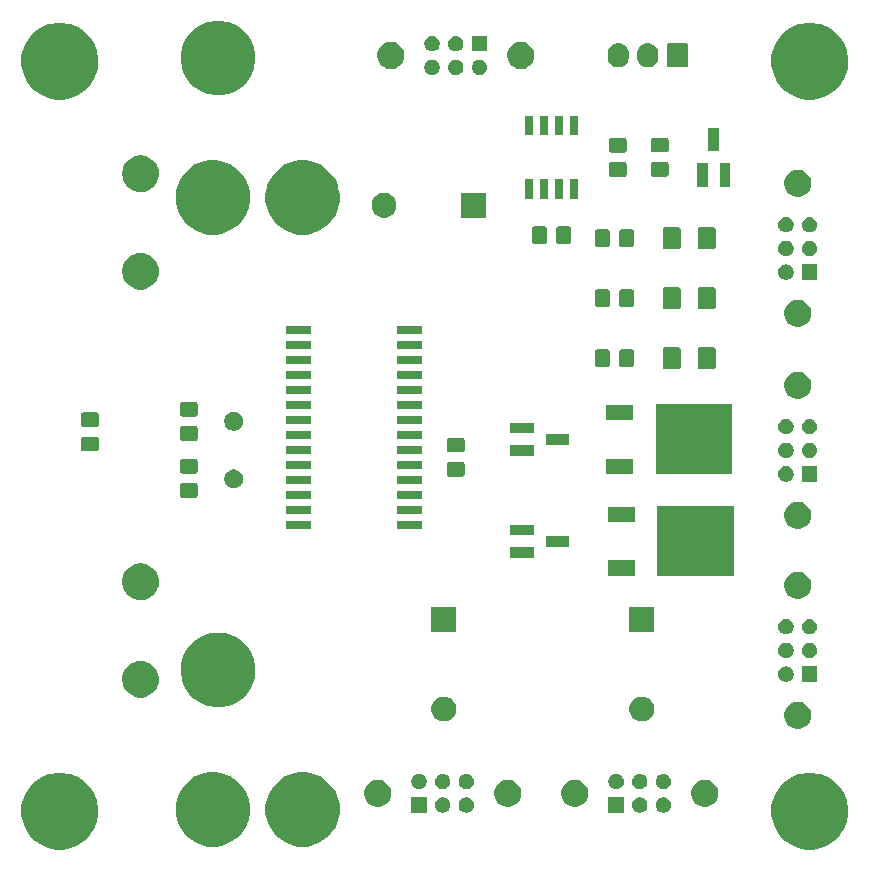
<source format=gbr>
G04 #@! TF.GenerationSoftware,KiCad,Pcbnew,(5.0.1)-3*
G04 #@! TF.CreationDate,2020-01-19T16:42:21-05:00*
G04 #@! TF.ProjectId,recovery_CAN,7265636F766572795F43414E2E6B6963,rev?*
G04 #@! TF.SameCoordinates,Original*
G04 #@! TF.FileFunction,Soldermask,Top*
G04 #@! TF.FilePolarity,Negative*
%FSLAX46Y46*%
G04 Gerber Fmt 4.6, Leading zero omitted, Abs format (unit mm)*
G04 Created by KiCad (PCBNEW (5.0.1)-3) date 2020-01-19 4:42:21 PM*
%MOMM*%
%LPD*%
G01*
G04 APERTURE LIST*
%ADD10C,0.100000*%
G04 APERTURE END LIST*
D10*
G36*
X247014239Y-120255467D02*
X247328282Y-120317934D01*
X247919926Y-120563001D01*
X248424274Y-120899996D01*
X248452395Y-120918786D01*
X248905214Y-121371605D01*
X248905216Y-121371608D01*
X249260999Y-121904074D01*
X249506066Y-122495718D01*
X249537495Y-122653723D01*
X249628233Y-123109890D01*
X249631000Y-123123804D01*
X249631000Y-123764196D01*
X249506066Y-124392282D01*
X249260999Y-124983926D01*
X249050150Y-125299483D01*
X248905214Y-125516395D01*
X248452395Y-125969214D01*
X248452392Y-125969216D01*
X247919926Y-126324999D01*
X247328282Y-126570066D01*
X247014239Y-126632533D01*
X246700197Y-126695000D01*
X246059803Y-126695000D01*
X245745761Y-126632533D01*
X245431718Y-126570066D01*
X244840074Y-126324999D01*
X244307608Y-125969216D01*
X244307605Y-125969214D01*
X243854786Y-125516395D01*
X243709850Y-125299483D01*
X243499001Y-124983926D01*
X243253934Y-124392282D01*
X243129000Y-123764196D01*
X243129000Y-123123804D01*
X243131768Y-123109890D01*
X243222505Y-122653723D01*
X243253934Y-122495718D01*
X243499001Y-121904074D01*
X243854784Y-121371608D01*
X243854786Y-121371605D01*
X244307605Y-120918786D01*
X244335726Y-120899996D01*
X244840074Y-120563001D01*
X245431718Y-120317934D01*
X245745761Y-120255467D01*
X246059803Y-120193000D01*
X246700197Y-120193000D01*
X247014239Y-120255467D01*
X247014239Y-120255467D01*
G37*
G36*
X183514239Y-120255467D02*
X183828282Y-120317934D01*
X184419926Y-120563001D01*
X184924274Y-120899996D01*
X184952395Y-120918786D01*
X185405214Y-121371605D01*
X185405216Y-121371608D01*
X185760999Y-121904074D01*
X186006066Y-122495718D01*
X186037495Y-122653723D01*
X186128233Y-123109890D01*
X186131000Y-123123804D01*
X186131000Y-123764196D01*
X186006066Y-124392282D01*
X185760999Y-124983926D01*
X185550150Y-125299483D01*
X185405214Y-125516395D01*
X184952395Y-125969214D01*
X184952392Y-125969216D01*
X184419926Y-126324999D01*
X183828282Y-126570066D01*
X183514239Y-126632533D01*
X183200197Y-126695000D01*
X182559803Y-126695000D01*
X182245761Y-126632533D01*
X181931718Y-126570066D01*
X181340074Y-126324999D01*
X180807608Y-125969216D01*
X180807605Y-125969214D01*
X180354786Y-125516395D01*
X180209850Y-125299483D01*
X179999001Y-124983926D01*
X179753934Y-124392282D01*
X179629000Y-123764196D01*
X179629000Y-123123804D01*
X179631768Y-123109890D01*
X179722505Y-122653723D01*
X179753934Y-122495718D01*
X179999001Y-121904074D01*
X180354784Y-121371608D01*
X180354786Y-121371605D01*
X180807605Y-120918786D01*
X180835726Y-120899996D01*
X181340074Y-120563001D01*
X181931718Y-120317934D01*
X182245761Y-120255467D01*
X182559803Y-120193000D01*
X183200197Y-120193000D01*
X183514239Y-120255467D01*
X183514239Y-120255467D01*
G37*
G36*
X204159758Y-120222497D02*
X204362603Y-120262845D01*
X204935830Y-120500283D01*
X205451721Y-120844990D01*
X205890450Y-121283719D01*
X206235157Y-121799610D01*
X206472595Y-122372837D01*
X206497038Y-122495719D01*
X206585412Y-122940004D01*
X206593640Y-122981372D01*
X206593640Y-123601828D01*
X206472595Y-124210363D01*
X206235157Y-124783590D01*
X205890450Y-125299481D01*
X205451721Y-125738210D01*
X204935830Y-126082917D01*
X204362603Y-126320355D01*
X204159758Y-126360703D01*
X203754070Y-126441400D01*
X203133610Y-126441400D01*
X202727922Y-126360703D01*
X202525077Y-126320355D01*
X201951850Y-126082917D01*
X201435959Y-125738210D01*
X200997230Y-125299481D01*
X200652523Y-124783590D01*
X200415085Y-124210363D01*
X200294040Y-123601828D01*
X200294040Y-122981372D01*
X200302269Y-122940004D01*
X200390642Y-122495719D01*
X200415085Y-122372837D01*
X200652523Y-121799610D01*
X200997230Y-121283719D01*
X201435959Y-120844990D01*
X201951850Y-120500283D01*
X202525077Y-120262845D01*
X202727922Y-120222497D01*
X203133610Y-120141800D01*
X203754070Y-120141800D01*
X204159758Y-120222497D01*
X204159758Y-120222497D01*
G37*
G36*
X196560078Y-120222497D02*
X196762923Y-120262845D01*
X197336150Y-120500283D01*
X197852041Y-120844990D01*
X198290770Y-121283719D01*
X198635477Y-121799610D01*
X198872915Y-122372837D01*
X198897358Y-122495719D01*
X198985732Y-122940004D01*
X198993960Y-122981372D01*
X198993960Y-123601828D01*
X198872915Y-124210363D01*
X198635477Y-124783590D01*
X198290770Y-125299481D01*
X197852041Y-125738210D01*
X197336150Y-126082917D01*
X196762923Y-126320355D01*
X196560078Y-126360703D01*
X196154390Y-126441400D01*
X195533930Y-126441400D01*
X195128242Y-126360703D01*
X194925397Y-126320355D01*
X194352170Y-126082917D01*
X193836279Y-125738210D01*
X193397550Y-125299481D01*
X193052843Y-124783590D01*
X192815405Y-124210363D01*
X192694360Y-123601828D01*
X192694360Y-122981372D01*
X192702589Y-122940004D01*
X192790962Y-122495719D01*
X192815405Y-122372837D01*
X193052843Y-121799610D01*
X193397550Y-121283719D01*
X193836279Y-120844990D01*
X194352170Y-120500283D01*
X194925397Y-120262845D01*
X195128242Y-120222497D01*
X195533930Y-120141800D01*
X196154390Y-120141800D01*
X196560078Y-120222497D01*
X196560078Y-120222497D01*
G37*
G36*
X230641000Y-123571000D02*
X229339000Y-123571000D01*
X229339000Y-122269000D01*
X230641000Y-122269000D01*
X230641000Y-123571000D01*
X230641000Y-123571000D01*
G37*
G36*
X234179890Y-122294017D02*
X234298361Y-122343089D01*
X234404992Y-122414338D01*
X234495662Y-122505008D01*
X234566911Y-122611639D01*
X234615983Y-122730110D01*
X234641000Y-122855881D01*
X234641000Y-122984119D01*
X234615983Y-123109890D01*
X234566911Y-123228361D01*
X234495662Y-123334992D01*
X234404992Y-123425662D01*
X234298361Y-123496911D01*
X234179890Y-123545983D01*
X234054119Y-123571000D01*
X233925881Y-123571000D01*
X233800110Y-123545983D01*
X233681639Y-123496911D01*
X233575008Y-123425662D01*
X233484338Y-123334992D01*
X233413089Y-123228361D01*
X233364017Y-123109890D01*
X233339000Y-122984119D01*
X233339000Y-122855881D01*
X233364017Y-122730110D01*
X233413089Y-122611639D01*
X233484338Y-122505008D01*
X233575008Y-122414338D01*
X233681639Y-122343089D01*
X233800110Y-122294017D01*
X233925881Y-122269000D01*
X234054119Y-122269000D01*
X234179890Y-122294017D01*
X234179890Y-122294017D01*
G37*
G36*
X217493890Y-122294017D02*
X217612361Y-122343089D01*
X217718992Y-122414338D01*
X217809662Y-122505008D01*
X217880911Y-122611639D01*
X217929983Y-122730110D01*
X217955000Y-122855881D01*
X217955000Y-122984119D01*
X217929983Y-123109890D01*
X217880911Y-123228361D01*
X217809662Y-123334992D01*
X217718992Y-123425662D01*
X217612361Y-123496911D01*
X217493890Y-123545983D01*
X217368119Y-123571000D01*
X217239881Y-123571000D01*
X217114110Y-123545983D01*
X216995639Y-123496911D01*
X216889008Y-123425662D01*
X216798338Y-123334992D01*
X216727089Y-123228361D01*
X216678017Y-123109890D01*
X216653000Y-122984119D01*
X216653000Y-122855881D01*
X216678017Y-122730110D01*
X216727089Y-122611639D01*
X216798338Y-122505008D01*
X216889008Y-122414338D01*
X216995639Y-122343089D01*
X217114110Y-122294017D01*
X217239881Y-122269000D01*
X217368119Y-122269000D01*
X217493890Y-122294017D01*
X217493890Y-122294017D01*
G37*
G36*
X213955000Y-123571000D02*
X212653000Y-123571000D01*
X212653000Y-122269000D01*
X213955000Y-122269000D01*
X213955000Y-123571000D01*
X213955000Y-123571000D01*
G37*
G36*
X215493890Y-122294017D02*
X215612361Y-122343089D01*
X215718992Y-122414338D01*
X215809662Y-122505008D01*
X215880911Y-122611639D01*
X215929983Y-122730110D01*
X215955000Y-122855881D01*
X215955000Y-122984119D01*
X215929983Y-123109890D01*
X215880911Y-123228361D01*
X215809662Y-123334992D01*
X215718992Y-123425662D01*
X215612361Y-123496911D01*
X215493890Y-123545983D01*
X215368119Y-123571000D01*
X215239881Y-123571000D01*
X215114110Y-123545983D01*
X214995639Y-123496911D01*
X214889008Y-123425662D01*
X214798338Y-123334992D01*
X214727089Y-123228361D01*
X214678017Y-123109890D01*
X214653000Y-122984119D01*
X214653000Y-122855881D01*
X214678017Y-122730110D01*
X214727089Y-122611639D01*
X214798338Y-122505008D01*
X214889008Y-122414338D01*
X214995639Y-122343089D01*
X215114110Y-122294017D01*
X215239881Y-122269000D01*
X215368119Y-122269000D01*
X215493890Y-122294017D01*
X215493890Y-122294017D01*
G37*
G36*
X232179890Y-122294017D02*
X232298361Y-122343089D01*
X232404992Y-122414338D01*
X232495662Y-122505008D01*
X232566911Y-122611639D01*
X232615983Y-122730110D01*
X232641000Y-122855881D01*
X232641000Y-122984119D01*
X232615983Y-123109890D01*
X232566911Y-123228361D01*
X232495662Y-123334992D01*
X232404992Y-123425662D01*
X232298361Y-123496911D01*
X232179890Y-123545983D01*
X232054119Y-123571000D01*
X231925881Y-123571000D01*
X231800110Y-123545983D01*
X231681639Y-123496911D01*
X231575008Y-123425662D01*
X231484338Y-123334992D01*
X231413089Y-123228361D01*
X231364017Y-123109890D01*
X231339000Y-122984119D01*
X231339000Y-122855881D01*
X231364017Y-122730110D01*
X231413089Y-122611639D01*
X231484338Y-122505008D01*
X231575008Y-122414338D01*
X231681639Y-122343089D01*
X231800110Y-122294017D01*
X231925881Y-122269000D01*
X232054119Y-122269000D01*
X232179890Y-122294017D01*
X232179890Y-122294017D01*
G37*
G36*
X237825734Y-120813232D02*
X238035202Y-120899996D01*
X238223723Y-121025962D01*
X238384038Y-121186277D01*
X238510004Y-121374798D01*
X238596768Y-121584266D01*
X238641000Y-121806635D01*
X238641000Y-122033365D01*
X238596768Y-122255734D01*
X238510004Y-122465202D01*
X238384038Y-122653723D01*
X238223723Y-122814038D01*
X238035202Y-122940004D01*
X237825734Y-123026768D01*
X237603365Y-123071000D01*
X237376635Y-123071000D01*
X237154266Y-123026768D01*
X236944798Y-122940004D01*
X236756277Y-122814038D01*
X236595962Y-122653723D01*
X236469996Y-122465202D01*
X236383232Y-122255734D01*
X236339000Y-122033365D01*
X236339000Y-121806635D01*
X236383232Y-121584266D01*
X236469996Y-121374798D01*
X236595962Y-121186277D01*
X236756277Y-121025962D01*
X236944798Y-120899996D01*
X237154266Y-120813232D01*
X237376635Y-120769000D01*
X237603365Y-120769000D01*
X237825734Y-120813232D01*
X237825734Y-120813232D01*
G37*
G36*
X210139734Y-120813232D02*
X210349202Y-120899996D01*
X210537723Y-121025962D01*
X210698038Y-121186277D01*
X210824004Y-121374798D01*
X210910768Y-121584266D01*
X210955000Y-121806635D01*
X210955000Y-122033365D01*
X210910768Y-122255734D01*
X210824004Y-122465202D01*
X210698038Y-122653723D01*
X210537723Y-122814038D01*
X210349202Y-122940004D01*
X210139734Y-123026768D01*
X209917365Y-123071000D01*
X209690635Y-123071000D01*
X209468266Y-123026768D01*
X209258798Y-122940004D01*
X209070277Y-122814038D01*
X208909962Y-122653723D01*
X208783996Y-122465202D01*
X208697232Y-122255734D01*
X208653000Y-122033365D01*
X208653000Y-121806635D01*
X208697232Y-121584266D01*
X208783996Y-121374798D01*
X208909962Y-121186277D01*
X209070277Y-121025962D01*
X209258798Y-120899996D01*
X209468266Y-120813232D01*
X209690635Y-120769000D01*
X209917365Y-120769000D01*
X210139734Y-120813232D01*
X210139734Y-120813232D01*
G37*
G36*
X226825734Y-120813232D02*
X227035202Y-120899996D01*
X227223723Y-121025962D01*
X227384038Y-121186277D01*
X227510004Y-121374798D01*
X227596768Y-121584266D01*
X227641000Y-121806635D01*
X227641000Y-122033365D01*
X227596768Y-122255734D01*
X227510004Y-122465202D01*
X227384038Y-122653723D01*
X227223723Y-122814038D01*
X227035202Y-122940004D01*
X226825734Y-123026768D01*
X226603365Y-123071000D01*
X226376635Y-123071000D01*
X226154266Y-123026768D01*
X225944798Y-122940004D01*
X225756277Y-122814038D01*
X225595962Y-122653723D01*
X225469996Y-122465202D01*
X225383232Y-122255734D01*
X225339000Y-122033365D01*
X225339000Y-121806635D01*
X225383232Y-121584266D01*
X225469996Y-121374798D01*
X225595962Y-121186277D01*
X225756277Y-121025962D01*
X225944798Y-120899996D01*
X226154266Y-120813232D01*
X226376635Y-120769000D01*
X226603365Y-120769000D01*
X226825734Y-120813232D01*
X226825734Y-120813232D01*
G37*
G36*
X221139734Y-120813232D02*
X221349202Y-120899996D01*
X221537723Y-121025962D01*
X221698038Y-121186277D01*
X221824004Y-121374798D01*
X221910768Y-121584266D01*
X221955000Y-121806635D01*
X221955000Y-122033365D01*
X221910768Y-122255734D01*
X221824004Y-122465202D01*
X221698038Y-122653723D01*
X221537723Y-122814038D01*
X221349202Y-122940004D01*
X221139734Y-123026768D01*
X220917365Y-123071000D01*
X220690635Y-123071000D01*
X220468266Y-123026768D01*
X220258798Y-122940004D01*
X220070277Y-122814038D01*
X219909962Y-122653723D01*
X219783996Y-122465202D01*
X219697232Y-122255734D01*
X219653000Y-122033365D01*
X219653000Y-121806635D01*
X219697232Y-121584266D01*
X219783996Y-121374798D01*
X219909962Y-121186277D01*
X220070277Y-121025962D01*
X220258798Y-120899996D01*
X220468266Y-120813232D01*
X220690635Y-120769000D01*
X220917365Y-120769000D01*
X221139734Y-120813232D01*
X221139734Y-120813232D01*
G37*
G36*
X234179890Y-120294017D02*
X234298361Y-120343089D01*
X234404992Y-120414338D01*
X234495662Y-120505008D01*
X234566911Y-120611639D01*
X234615983Y-120730110D01*
X234641000Y-120855881D01*
X234641000Y-120984119D01*
X234615983Y-121109890D01*
X234566911Y-121228361D01*
X234495662Y-121334992D01*
X234404992Y-121425662D01*
X234298361Y-121496911D01*
X234179890Y-121545983D01*
X234054119Y-121571000D01*
X233925881Y-121571000D01*
X233800110Y-121545983D01*
X233681639Y-121496911D01*
X233575008Y-121425662D01*
X233484338Y-121334992D01*
X233413089Y-121228361D01*
X233364017Y-121109890D01*
X233339000Y-120984119D01*
X233339000Y-120855881D01*
X233364017Y-120730110D01*
X233413089Y-120611639D01*
X233484338Y-120505008D01*
X233575008Y-120414338D01*
X233681639Y-120343089D01*
X233800110Y-120294017D01*
X233925881Y-120269000D01*
X234054119Y-120269000D01*
X234179890Y-120294017D01*
X234179890Y-120294017D01*
G37*
G36*
X213493890Y-120294017D02*
X213612361Y-120343089D01*
X213718992Y-120414338D01*
X213809662Y-120505008D01*
X213880911Y-120611639D01*
X213929983Y-120730110D01*
X213955000Y-120855881D01*
X213955000Y-120984119D01*
X213929983Y-121109890D01*
X213880911Y-121228361D01*
X213809662Y-121334992D01*
X213718992Y-121425662D01*
X213612361Y-121496911D01*
X213493890Y-121545983D01*
X213368119Y-121571000D01*
X213239881Y-121571000D01*
X213114110Y-121545983D01*
X212995639Y-121496911D01*
X212889008Y-121425662D01*
X212798338Y-121334992D01*
X212727089Y-121228361D01*
X212678017Y-121109890D01*
X212653000Y-120984119D01*
X212653000Y-120855881D01*
X212678017Y-120730110D01*
X212727089Y-120611639D01*
X212798338Y-120505008D01*
X212889008Y-120414338D01*
X212995639Y-120343089D01*
X213114110Y-120294017D01*
X213239881Y-120269000D01*
X213368119Y-120269000D01*
X213493890Y-120294017D01*
X213493890Y-120294017D01*
G37*
G36*
X215493890Y-120294017D02*
X215612361Y-120343089D01*
X215718992Y-120414338D01*
X215809662Y-120505008D01*
X215880911Y-120611639D01*
X215929983Y-120730110D01*
X215955000Y-120855881D01*
X215955000Y-120984119D01*
X215929983Y-121109890D01*
X215880911Y-121228361D01*
X215809662Y-121334992D01*
X215718992Y-121425662D01*
X215612361Y-121496911D01*
X215493890Y-121545983D01*
X215368119Y-121571000D01*
X215239881Y-121571000D01*
X215114110Y-121545983D01*
X214995639Y-121496911D01*
X214889008Y-121425662D01*
X214798338Y-121334992D01*
X214727089Y-121228361D01*
X214678017Y-121109890D01*
X214653000Y-120984119D01*
X214653000Y-120855881D01*
X214678017Y-120730110D01*
X214727089Y-120611639D01*
X214798338Y-120505008D01*
X214889008Y-120414338D01*
X214995639Y-120343089D01*
X215114110Y-120294017D01*
X215239881Y-120269000D01*
X215368119Y-120269000D01*
X215493890Y-120294017D01*
X215493890Y-120294017D01*
G37*
G36*
X217493890Y-120294017D02*
X217612361Y-120343089D01*
X217718992Y-120414338D01*
X217809662Y-120505008D01*
X217880911Y-120611639D01*
X217929983Y-120730110D01*
X217955000Y-120855881D01*
X217955000Y-120984119D01*
X217929983Y-121109890D01*
X217880911Y-121228361D01*
X217809662Y-121334992D01*
X217718992Y-121425662D01*
X217612361Y-121496911D01*
X217493890Y-121545983D01*
X217368119Y-121571000D01*
X217239881Y-121571000D01*
X217114110Y-121545983D01*
X216995639Y-121496911D01*
X216889008Y-121425662D01*
X216798338Y-121334992D01*
X216727089Y-121228361D01*
X216678017Y-121109890D01*
X216653000Y-120984119D01*
X216653000Y-120855881D01*
X216678017Y-120730110D01*
X216727089Y-120611639D01*
X216798338Y-120505008D01*
X216889008Y-120414338D01*
X216995639Y-120343089D01*
X217114110Y-120294017D01*
X217239881Y-120269000D01*
X217368119Y-120269000D01*
X217493890Y-120294017D01*
X217493890Y-120294017D01*
G37*
G36*
X230179890Y-120294017D02*
X230298361Y-120343089D01*
X230404992Y-120414338D01*
X230495662Y-120505008D01*
X230566911Y-120611639D01*
X230615983Y-120730110D01*
X230641000Y-120855881D01*
X230641000Y-120984119D01*
X230615983Y-121109890D01*
X230566911Y-121228361D01*
X230495662Y-121334992D01*
X230404992Y-121425662D01*
X230298361Y-121496911D01*
X230179890Y-121545983D01*
X230054119Y-121571000D01*
X229925881Y-121571000D01*
X229800110Y-121545983D01*
X229681639Y-121496911D01*
X229575008Y-121425662D01*
X229484338Y-121334992D01*
X229413089Y-121228361D01*
X229364017Y-121109890D01*
X229339000Y-120984119D01*
X229339000Y-120855881D01*
X229364017Y-120730110D01*
X229413089Y-120611639D01*
X229484338Y-120505008D01*
X229575008Y-120414338D01*
X229681639Y-120343089D01*
X229800110Y-120294017D01*
X229925881Y-120269000D01*
X230054119Y-120269000D01*
X230179890Y-120294017D01*
X230179890Y-120294017D01*
G37*
G36*
X232179890Y-120294017D02*
X232298361Y-120343089D01*
X232404992Y-120414338D01*
X232495662Y-120505008D01*
X232566911Y-120611639D01*
X232615983Y-120730110D01*
X232641000Y-120855881D01*
X232641000Y-120984119D01*
X232615983Y-121109890D01*
X232566911Y-121228361D01*
X232495662Y-121334992D01*
X232404992Y-121425662D01*
X232298361Y-121496911D01*
X232179890Y-121545983D01*
X232054119Y-121571000D01*
X231925881Y-121571000D01*
X231800110Y-121545983D01*
X231681639Y-121496911D01*
X231575008Y-121425662D01*
X231484338Y-121334992D01*
X231413089Y-121228361D01*
X231364017Y-121109890D01*
X231339000Y-120984119D01*
X231339000Y-120855881D01*
X231364017Y-120730110D01*
X231413089Y-120611639D01*
X231484338Y-120505008D01*
X231575008Y-120414338D01*
X231681639Y-120343089D01*
X231800110Y-120294017D01*
X231925881Y-120269000D01*
X232054119Y-120269000D01*
X232179890Y-120294017D01*
X232179890Y-120294017D01*
G37*
G36*
X245699734Y-114209232D02*
X245909202Y-114295996D01*
X246097723Y-114421962D01*
X246258038Y-114582277D01*
X246384004Y-114770798D01*
X246470768Y-114980266D01*
X246515000Y-115202635D01*
X246515000Y-115429365D01*
X246470768Y-115651734D01*
X246384004Y-115861202D01*
X246258038Y-116049723D01*
X246097723Y-116210038D01*
X245909202Y-116336004D01*
X245699734Y-116422768D01*
X245477365Y-116467000D01*
X245250635Y-116467000D01*
X245028266Y-116422768D01*
X244818798Y-116336004D01*
X244630277Y-116210038D01*
X244469962Y-116049723D01*
X244343996Y-115861202D01*
X244257232Y-115651734D01*
X244213000Y-115429365D01*
X244213000Y-115202635D01*
X244257232Y-114980266D01*
X244343996Y-114770798D01*
X244469962Y-114582277D01*
X244630277Y-114421962D01*
X244818798Y-114295996D01*
X245028266Y-114209232D01*
X245250635Y-114165000D01*
X245477365Y-114165000D01*
X245699734Y-114209232D01*
X245699734Y-114209232D01*
G37*
G36*
X232462565Y-113777389D02*
X232653834Y-113856615D01*
X232825976Y-113971637D01*
X232972363Y-114118024D01*
X233087385Y-114290166D01*
X233166611Y-114481435D01*
X233207000Y-114684484D01*
X233207000Y-114891516D01*
X233166611Y-115094565D01*
X233087385Y-115285834D01*
X232972363Y-115457976D01*
X232825976Y-115604363D01*
X232653834Y-115719385D01*
X232462565Y-115798611D01*
X232259516Y-115839000D01*
X232052484Y-115839000D01*
X231849435Y-115798611D01*
X231658166Y-115719385D01*
X231486024Y-115604363D01*
X231339637Y-115457976D01*
X231224615Y-115285834D01*
X231145389Y-115094565D01*
X231105000Y-114891516D01*
X231105000Y-114684484D01*
X231145389Y-114481435D01*
X231224615Y-114290166D01*
X231339637Y-114118024D01*
X231486024Y-113971637D01*
X231658166Y-113856615D01*
X231849435Y-113777389D01*
X232052484Y-113737000D01*
X232259516Y-113737000D01*
X232462565Y-113777389D01*
X232462565Y-113777389D01*
G37*
G36*
X215698565Y-113777389D02*
X215889834Y-113856615D01*
X216061976Y-113971637D01*
X216208363Y-114118024D01*
X216323385Y-114290166D01*
X216402611Y-114481435D01*
X216443000Y-114684484D01*
X216443000Y-114891516D01*
X216402611Y-115094565D01*
X216323385Y-115285834D01*
X216208363Y-115457976D01*
X216061976Y-115604363D01*
X215889834Y-115719385D01*
X215698565Y-115798611D01*
X215495516Y-115839000D01*
X215288484Y-115839000D01*
X215085435Y-115798611D01*
X214894166Y-115719385D01*
X214722024Y-115604363D01*
X214575637Y-115457976D01*
X214460615Y-115285834D01*
X214381389Y-115094565D01*
X214341000Y-114891516D01*
X214341000Y-114684484D01*
X214381389Y-114481435D01*
X214460615Y-114290166D01*
X214575637Y-114118024D01*
X214722024Y-113971637D01*
X214894166Y-113856615D01*
X215085435Y-113777389D01*
X215288484Y-113737000D01*
X215495516Y-113737000D01*
X215698565Y-113777389D01*
X215698565Y-113777389D01*
G37*
G36*
X196865134Y-108392909D02*
X197212503Y-108462005D01*
X197785730Y-108699443D01*
X198301621Y-109044150D01*
X198740350Y-109482879D01*
X199085057Y-109998770D01*
X199322495Y-110571997D01*
X199322495Y-110571998D01*
X199443540Y-111180530D01*
X199443540Y-111800990D01*
X199379217Y-112124361D01*
X199322495Y-112409523D01*
X199085057Y-112982750D01*
X198740350Y-113498641D01*
X198301621Y-113937370D01*
X197785730Y-114282077D01*
X197212503Y-114519515D01*
X197009658Y-114559863D01*
X196603970Y-114640560D01*
X195983510Y-114640560D01*
X195577822Y-114559863D01*
X195374977Y-114519515D01*
X194801750Y-114282077D01*
X194285859Y-113937370D01*
X193847130Y-113498641D01*
X193502423Y-112982750D01*
X193264985Y-112409523D01*
X193208263Y-112124361D01*
X193143940Y-111800990D01*
X193143940Y-111180530D01*
X193264985Y-110571998D01*
X193264985Y-110571997D01*
X193502423Y-109998770D01*
X193847130Y-109482879D01*
X194285859Y-109044150D01*
X194801750Y-108699443D01*
X195374977Y-108462005D01*
X195722346Y-108392909D01*
X195983510Y-108340960D01*
X196603970Y-108340960D01*
X196865134Y-108392909D01*
X196865134Y-108392909D01*
G37*
G36*
X190090527Y-110756736D02*
X190190410Y-110776604D01*
X190472674Y-110893521D01*
X190726705Y-111063259D01*
X190942741Y-111279295D01*
X191112479Y-111533326D01*
X191229396Y-111815590D01*
X191229396Y-111815591D01*
X191289000Y-112115238D01*
X191289000Y-112420762D01*
X191249264Y-112620527D01*
X191229396Y-112720410D01*
X191112479Y-113002674D01*
X190942741Y-113256705D01*
X190726705Y-113472741D01*
X190472674Y-113642479D01*
X190190410Y-113759396D01*
X190099953Y-113777389D01*
X189890762Y-113819000D01*
X189585238Y-113819000D01*
X189376047Y-113777389D01*
X189285590Y-113759396D01*
X189003326Y-113642479D01*
X188749295Y-113472741D01*
X188533259Y-113256705D01*
X188363521Y-113002674D01*
X188246604Y-112720410D01*
X188226736Y-112620527D01*
X188187000Y-112420762D01*
X188187000Y-112115238D01*
X188246604Y-111815591D01*
X188246604Y-111815590D01*
X188363521Y-111533326D01*
X188533259Y-111279295D01*
X188749295Y-111063259D01*
X189003326Y-110893521D01*
X189285590Y-110776604D01*
X189385473Y-110756736D01*
X189585238Y-110717000D01*
X189890762Y-110717000D01*
X190090527Y-110756736D01*
X190090527Y-110756736D01*
G37*
G36*
X247015000Y-112467000D02*
X245713000Y-112467000D01*
X245713000Y-111165000D01*
X247015000Y-111165000D01*
X247015000Y-112467000D01*
X247015000Y-112467000D01*
G37*
G36*
X244553890Y-111190017D02*
X244672361Y-111239089D01*
X244778992Y-111310338D01*
X244869662Y-111401008D01*
X244940911Y-111507639D01*
X244989983Y-111626110D01*
X245015000Y-111751881D01*
X245015000Y-111880119D01*
X244989983Y-112005890D01*
X244940911Y-112124361D01*
X244869662Y-112230992D01*
X244778992Y-112321662D01*
X244672361Y-112392911D01*
X244553890Y-112441983D01*
X244428119Y-112467000D01*
X244299881Y-112467000D01*
X244174110Y-112441983D01*
X244055639Y-112392911D01*
X243949008Y-112321662D01*
X243858338Y-112230992D01*
X243787089Y-112124361D01*
X243738017Y-112005890D01*
X243713000Y-111880119D01*
X243713000Y-111751881D01*
X243738017Y-111626110D01*
X243787089Y-111507639D01*
X243858338Y-111401008D01*
X243949008Y-111310338D01*
X244055639Y-111239089D01*
X244174110Y-111190017D01*
X244299881Y-111165000D01*
X244428119Y-111165000D01*
X244553890Y-111190017D01*
X244553890Y-111190017D01*
G37*
G36*
X246553890Y-109190017D02*
X246672361Y-109239089D01*
X246778992Y-109310338D01*
X246869662Y-109401008D01*
X246869664Y-109401011D01*
X246869665Y-109401012D01*
X246924367Y-109482879D01*
X246940911Y-109507639D01*
X246989983Y-109626110D01*
X247015000Y-109751881D01*
X247015000Y-109880119D01*
X246989983Y-110005890D01*
X246940911Y-110124361D01*
X246869662Y-110230992D01*
X246778992Y-110321662D01*
X246672361Y-110392911D01*
X246553890Y-110441983D01*
X246428119Y-110467000D01*
X246299881Y-110467000D01*
X246174110Y-110441983D01*
X246055639Y-110392911D01*
X245949008Y-110321662D01*
X245858338Y-110230992D01*
X245787089Y-110124361D01*
X245738017Y-110005890D01*
X245713000Y-109880119D01*
X245713000Y-109751881D01*
X245738017Y-109626110D01*
X245787089Y-109507639D01*
X245803633Y-109482879D01*
X245858335Y-109401012D01*
X245858336Y-109401011D01*
X245858338Y-109401008D01*
X245949008Y-109310338D01*
X246055639Y-109239089D01*
X246174110Y-109190017D01*
X246299881Y-109165000D01*
X246428119Y-109165000D01*
X246553890Y-109190017D01*
X246553890Y-109190017D01*
G37*
G36*
X244553890Y-109190017D02*
X244672361Y-109239089D01*
X244778992Y-109310338D01*
X244869662Y-109401008D01*
X244869664Y-109401011D01*
X244869665Y-109401012D01*
X244924367Y-109482879D01*
X244940911Y-109507639D01*
X244989983Y-109626110D01*
X245015000Y-109751881D01*
X245015000Y-109880119D01*
X244989983Y-110005890D01*
X244940911Y-110124361D01*
X244869662Y-110230992D01*
X244778992Y-110321662D01*
X244672361Y-110392911D01*
X244553890Y-110441983D01*
X244428119Y-110467000D01*
X244299881Y-110467000D01*
X244174110Y-110441983D01*
X244055639Y-110392911D01*
X243949008Y-110321662D01*
X243858338Y-110230992D01*
X243787089Y-110124361D01*
X243738017Y-110005890D01*
X243713000Y-109880119D01*
X243713000Y-109751881D01*
X243738017Y-109626110D01*
X243787089Y-109507639D01*
X243803633Y-109482879D01*
X243858335Y-109401012D01*
X243858336Y-109401011D01*
X243858338Y-109401008D01*
X243949008Y-109310338D01*
X244055639Y-109239089D01*
X244174110Y-109190017D01*
X244299881Y-109165000D01*
X244428119Y-109165000D01*
X244553890Y-109190017D01*
X244553890Y-109190017D01*
G37*
G36*
X246553890Y-107190017D02*
X246672361Y-107239089D01*
X246778992Y-107310338D01*
X246869662Y-107401008D01*
X246940911Y-107507639D01*
X246989983Y-107626110D01*
X247015000Y-107751881D01*
X247015000Y-107880119D01*
X246989983Y-108005890D01*
X246940911Y-108124361D01*
X246869662Y-108230992D01*
X246778992Y-108321662D01*
X246672361Y-108392911D01*
X246553890Y-108441983D01*
X246428119Y-108467000D01*
X246299881Y-108467000D01*
X246174110Y-108441983D01*
X246055639Y-108392911D01*
X245949008Y-108321662D01*
X245858338Y-108230992D01*
X245787089Y-108124361D01*
X245738017Y-108005890D01*
X245713000Y-107880119D01*
X245713000Y-107751881D01*
X245738017Y-107626110D01*
X245787089Y-107507639D01*
X245858338Y-107401008D01*
X245949008Y-107310338D01*
X246055639Y-107239089D01*
X246174110Y-107190017D01*
X246299881Y-107165000D01*
X246428119Y-107165000D01*
X246553890Y-107190017D01*
X246553890Y-107190017D01*
G37*
G36*
X244553890Y-107190017D02*
X244672361Y-107239089D01*
X244778992Y-107310338D01*
X244869662Y-107401008D01*
X244940911Y-107507639D01*
X244989983Y-107626110D01*
X245015000Y-107751881D01*
X245015000Y-107880119D01*
X244989983Y-108005890D01*
X244940911Y-108124361D01*
X244869662Y-108230992D01*
X244778992Y-108321662D01*
X244672361Y-108392911D01*
X244553890Y-108441983D01*
X244428119Y-108467000D01*
X244299881Y-108467000D01*
X244174110Y-108441983D01*
X244055639Y-108392911D01*
X243949008Y-108321662D01*
X243858338Y-108230992D01*
X243787089Y-108124361D01*
X243738017Y-108005890D01*
X243713000Y-107880119D01*
X243713000Y-107751881D01*
X243738017Y-107626110D01*
X243787089Y-107507639D01*
X243858338Y-107401008D01*
X243949008Y-107310338D01*
X244055639Y-107239089D01*
X244174110Y-107190017D01*
X244299881Y-107165000D01*
X244428119Y-107165000D01*
X244553890Y-107190017D01*
X244553890Y-107190017D01*
G37*
G36*
X233207000Y-108239000D02*
X231105000Y-108239000D01*
X231105000Y-106137000D01*
X233207000Y-106137000D01*
X233207000Y-108239000D01*
X233207000Y-108239000D01*
G37*
G36*
X216443000Y-108239000D02*
X214341000Y-108239000D01*
X214341000Y-106137000D01*
X216443000Y-106137000D01*
X216443000Y-108239000D01*
X216443000Y-108239000D01*
G37*
G36*
X190090527Y-102506736D02*
X190190410Y-102526604D01*
X190472674Y-102643521D01*
X190726705Y-102813259D01*
X190942741Y-103029295D01*
X191112479Y-103283326D01*
X191208441Y-103515000D01*
X191229396Y-103565591D01*
X191289000Y-103865238D01*
X191289000Y-104170762D01*
X191249264Y-104370527D01*
X191229396Y-104470410D01*
X191112479Y-104752674D01*
X190942741Y-105006705D01*
X190726705Y-105222741D01*
X190472674Y-105392479D01*
X190190410Y-105509396D01*
X190090527Y-105529264D01*
X189890762Y-105569000D01*
X189585238Y-105569000D01*
X189385473Y-105529264D01*
X189285590Y-105509396D01*
X189003326Y-105392479D01*
X188749295Y-105222741D01*
X188533259Y-105006705D01*
X188363521Y-104752674D01*
X188246604Y-104470410D01*
X188226736Y-104370527D01*
X188187000Y-104170762D01*
X188187000Y-103865238D01*
X188246604Y-103565591D01*
X188267559Y-103515000D01*
X188363521Y-103283326D01*
X188533259Y-103029295D01*
X188749295Y-102813259D01*
X189003326Y-102643521D01*
X189285590Y-102526604D01*
X189385473Y-102506736D01*
X189585238Y-102467000D01*
X189890762Y-102467000D01*
X190090527Y-102506736D01*
X190090527Y-102506736D01*
G37*
G36*
X245699734Y-103209232D02*
X245909202Y-103295996D01*
X246097723Y-103421962D01*
X246258038Y-103582277D01*
X246384004Y-103770798D01*
X246470768Y-103980266D01*
X246515000Y-104202635D01*
X246515000Y-104429365D01*
X246470768Y-104651734D01*
X246384004Y-104861202D01*
X246258038Y-105049723D01*
X246097723Y-105210038D01*
X245909202Y-105336004D01*
X245699734Y-105422768D01*
X245477365Y-105467000D01*
X245250635Y-105467000D01*
X245028266Y-105422768D01*
X244818798Y-105336004D01*
X244630277Y-105210038D01*
X244469962Y-105049723D01*
X244343996Y-104861202D01*
X244257232Y-104651734D01*
X244213000Y-104429365D01*
X244213000Y-104202635D01*
X244257232Y-103980266D01*
X244343996Y-103770798D01*
X244469962Y-103582277D01*
X244630277Y-103421962D01*
X244818798Y-103295996D01*
X245028266Y-103209232D01*
X245250635Y-103165000D01*
X245477365Y-103165000D01*
X245699734Y-103209232D01*
X245699734Y-103209232D01*
G37*
G36*
X239979000Y-103535000D02*
X233477000Y-103535000D01*
X233477000Y-97633000D01*
X239979000Y-97633000D01*
X239979000Y-103535000D01*
X239979000Y-103535000D01*
G37*
G36*
X231579000Y-103515000D02*
X229277000Y-103515000D01*
X229277000Y-102213000D01*
X231579000Y-102213000D01*
X231579000Y-103515000D01*
X231579000Y-103515000D01*
G37*
G36*
X223021000Y-101985000D02*
X221019000Y-101985000D01*
X221019000Y-101083000D01*
X223021000Y-101083000D01*
X223021000Y-101985000D01*
X223021000Y-101985000D01*
G37*
G36*
X226021000Y-101035000D02*
X224019000Y-101035000D01*
X224019000Y-100133000D01*
X226021000Y-100133000D01*
X226021000Y-101035000D01*
X226021000Y-101035000D01*
G37*
G36*
X223021000Y-100085000D02*
X221019000Y-100085000D01*
X221019000Y-99183000D01*
X223021000Y-99183000D01*
X223021000Y-100085000D01*
X223021000Y-100085000D01*
G37*
G36*
X204123000Y-99538000D02*
X202021000Y-99538000D01*
X202021000Y-98836000D01*
X204123000Y-98836000D01*
X204123000Y-99538000D01*
X204123000Y-99538000D01*
G37*
G36*
X213523000Y-99538000D02*
X211421000Y-99538000D01*
X211421000Y-98836000D01*
X213523000Y-98836000D01*
X213523000Y-99538000D01*
X213523000Y-99538000D01*
G37*
G36*
X245699734Y-97269232D02*
X245909202Y-97355996D01*
X246097723Y-97481962D01*
X246258038Y-97642277D01*
X246384004Y-97830798D01*
X246470768Y-98040266D01*
X246515000Y-98262635D01*
X246515000Y-98489365D01*
X246470768Y-98711734D01*
X246384004Y-98921202D01*
X246258038Y-99109723D01*
X246097723Y-99270038D01*
X245909202Y-99396004D01*
X245699734Y-99482768D01*
X245477365Y-99527000D01*
X245250635Y-99527000D01*
X245028266Y-99482768D01*
X244818798Y-99396004D01*
X244630277Y-99270038D01*
X244469962Y-99109723D01*
X244343996Y-98921202D01*
X244257232Y-98711734D01*
X244213000Y-98489365D01*
X244213000Y-98262635D01*
X244257232Y-98040266D01*
X244343996Y-97830798D01*
X244469962Y-97642277D01*
X244630277Y-97481962D01*
X244818798Y-97355996D01*
X245028266Y-97269232D01*
X245250635Y-97225000D01*
X245477365Y-97225000D01*
X245699734Y-97269232D01*
X245699734Y-97269232D01*
G37*
G36*
X231579000Y-98955000D02*
X229277000Y-98955000D01*
X229277000Y-97653000D01*
X231579000Y-97653000D01*
X231579000Y-98955000D01*
X231579000Y-98955000D01*
G37*
G36*
X204123000Y-98268000D02*
X202021000Y-98268000D01*
X202021000Y-97566000D01*
X204123000Y-97566000D01*
X204123000Y-98268000D01*
X204123000Y-98268000D01*
G37*
G36*
X213523000Y-98268000D02*
X211421000Y-98268000D01*
X211421000Y-97566000D01*
X213523000Y-97566000D01*
X213523000Y-98268000D01*
X213523000Y-98268000D01*
G37*
G36*
X204123000Y-96998000D02*
X202021000Y-96998000D01*
X202021000Y-96296000D01*
X204123000Y-96296000D01*
X204123000Y-96998000D01*
X204123000Y-96998000D01*
G37*
G36*
X213523000Y-96998000D02*
X211421000Y-96998000D01*
X211421000Y-96296000D01*
X213523000Y-96296000D01*
X213523000Y-96998000D01*
X213523000Y-96998000D01*
G37*
G36*
X194390677Y-95653465D02*
X194428364Y-95664898D01*
X194463103Y-95683466D01*
X194493548Y-95708452D01*
X194518534Y-95738897D01*
X194537102Y-95773636D01*
X194548535Y-95811323D01*
X194553000Y-95856661D01*
X194553000Y-96693339D01*
X194548535Y-96738677D01*
X194537102Y-96776364D01*
X194518534Y-96811103D01*
X194493548Y-96841548D01*
X194463103Y-96866534D01*
X194428364Y-96885102D01*
X194390677Y-96896535D01*
X194345339Y-96901000D01*
X193258661Y-96901000D01*
X193213323Y-96896535D01*
X193175636Y-96885102D01*
X193140897Y-96866534D01*
X193110452Y-96841548D01*
X193085466Y-96811103D01*
X193066898Y-96776364D01*
X193055465Y-96738677D01*
X193051000Y-96693339D01*
X193051000Y-95856661D01*
X193055465Y-95811323D01*
X193066898Y-95773636D01*
X193085466Y-95738897D01*
X193110452Y-95708452D01*
X193140897Y-95683466D01*
X193175636Y-95664898D01*
X193213323Y-95653465D01*
X193258661Y-95649000D01*
X194345339Y-95649000D01*
X194390677Y-95653465D01*
X194390677Y-95653465D01*
G37*
G36*
X197845643Y-94533781D02*
X197991415Y-94594162D01*
X198122611Y-94681824D01*
X198234176Y-94793389D01*
X198321838Y-94924585D01*
X198382219Y-95070357D01*
X198413000Y-95225107D01*
X198413000Y-95382893D01*
X198382219Y-95537643D01*
X198321838Y-95683415D01*
X198234176Y-95814611D01*
X198122611Y-95926176D01*
X197991415Y-96013838D01*
X197845643Y-96074219D01*
X197690893Y-96105000D01*
X197533107Y-96105000D01*
X197378357Y-96074219D01*
X197232585Y-96013838D01*
X197101389Y-95926176D01*
X196989824Y-95814611D01*
X196902162Y-95683415D01*
X196841781Y-95537643D01*
X196811000Y-95382893D01*
X196811000Y-95225107D01*
X196841781Y-95070357D01*
X196902162Y-94924585D01*
X196989824Y-94793389D01*
X197101389Y-94681824D01*
X197232585Y-94594162D01*
X197378357Y-94533781D01*
X197533107Y-94503000D01*
X197690893Y-94503000D01*
X197845643Y-94533781D01*
X197845643Y-94533781D01*
G37*
G36*
X204123000Y-95728000D02*
X202021000Y-95728000D01*
X202021000Y-95026000D01*
X204123000Y-95026000D01*
X204123000Y-95728000D01*
X204123000Y-95728000D01*
G37*
G36*
X213523000Y-95728000D02*
X211421000Y-95728000D01*
X211421000Y-95026000D01*
X213523000Y-95026000D01*
X213523000Y-95728000D01*
X213523000Y-95728000D01*
G37*
G36*
X247015000Y-95527000D02*
X245713000Y-95527000D01*
X245713000Y-94225000D01*
X247015000Y-94225000D01*
X247015000Y-95527000D01*
X247015000Y-95527000D01*
G37*
G36*
X244553890Y-94250017D02*
X244672361Y-94299089D01*
X244778992Y-94370338D01*
X244869662Y-94461008D01*
X244869664Y-94461011D01*
X244869665Y-94461012D01*
X244918288Y-94533781D01*
X244940911Y-94567639D01*
X244989983Y-94686110D01*
X245015000Y-94811881D01*
X245015000Y-94940119D01*
X244989983Y-95065890D01*
X244940911Y-95184361D01*
X244869662Y-95290992D01*
X244778992Y-95381662D01*
X244778989Y-95381664D01*
X244778988Y-95381665D01*
X244777150Y-95382893D01*
X244672361Y-95452911D01*
X244553890Y-95501983D01*
X244428119Y-95527000D01*
X244299881Y-95527000D01*
X244174110Y-95501983D01*
X244055639Y-95452911D01*
X243950850Y-95382893D01*
X243949012Y-95381665D01*
X243949011Y-95381664D01*
X243949008Y-95381662D01*
X243858338Y-95290992D01*
X243787089Y-95184361D01*
X243738017Y-95065890D01*
X243713000Y-94940119D01*
X243713000Y-94811881D01*
X243738017Y-94686110D01*
X243787089Y-94567639D01*
X243809712Y-94533781D01*
X243858335Y-94461012D01*
X243858336Y-94461011D01*
X243858338Y-94461008D01*
X243949008Y-94370338D01*
X244055639Y-94299089D01*
X244174110Y-94250017D01*
X244299881Y-94225000D01*
X244428119Y-94225000D01*
X244553890Y-94250017D01*
X244553890Y-94250017D01*
G37*
G36*
X216996677Y-93866465D02*
X217034364Y-93877898D01*
X217069103Y-93896466D01*
X217099548Y-93921452D01*
X217124534Y-93951897D01*
X217143102Y-93986636D01*
X217154535Y-94024323D01*
X217159000Y-94069661D01*
X217159000Y-94906339D01*
X217154535Y-94951677D01*
X217143102Y-94989364D01*
X217124534Y-95024103D01*
X217099548Y-95054548D01*
X217069103Y-95079534D01*
X217034364Y-95098102D01*
X216996677Y-95109535D01*
X216951339Y-95114000D01*
X215864661Y-95114000D01*
X215819323Y-95109535D01*
X215781636Y-95098102D01*
X215746897Y-95079534D01*
X215716452Y-95054548D01*
X215691466Y-95024103D01*
X215672898Y-94989364D01*
X215661465Y-94951677D01*
X215657000Y-94906339D01*
X215657000Y-94069661D01*
X215661465Y-94024323D01*
X215672898Y-93986636D01*
X215691466Y-93951897D01*
X215716452Y-93921452D01*
X215746897Y-93896466D01*
X215781636Y-93877898D01*
X215819323Y-93866465D01*
X215864661Y-93862000D01*
X216951339Y-93862000D01*
X216996677Y-93866465D01*
X216996677Y-93866465D01*
G37*
G36*
X239828000Y-94900000D02*
X233326000Y-94900000D01*
X233326000Y-88998000D01*
X239828000Y-88998000D01*
X239828000Y-94900000D01*
X239828000Y-94900000D01*
G37*
G36*
X231428000Y-94880000D02*
X229126000Y-94880000D01*
X229126000Y-93578000D01*
X231428000Y-93578000D01*
X231428000Y-94880000D01*
X231428000Y-94880000D01*
G37*
G36*
X194390677Y-93603465D02*
X194428364Y-93614898D01*
X194463103Y-93633466D01*
X194493548Y-93658452D01*
X194518534Y-93688897D01*
X194537102Y-93723636D01*
X194548535Y-93761323D01*
X194553000Y-93806661D01*
X194553000Y-94643339D01*
X194548535Y-94688677D01*
X194537102Y-94726364D01*
X194518534Y-94761103D01*
X194493548Y-94791548D01*
X194463103Y-94816534D01*
X194428364Y-94835102D01*
X194390677Y-94846535D01*
X194345339Y-94851000D01*
X193258661Y-94851000D01*
X193213323Y-94846535D01*
X193175636Y-94835102D01*
X193140897Y-94816534D01*
X193110452Y-94791548D01*
X193085466Y-94761103D01*
X193066898Y-94726364D01*
X193055465Y-94688677D01*
X193051000Y-94643339D01*
X193051000Y-93806661D01*
X193055465Y-93761323D01*
X193066898Y-93723636D01*
X193085466Y-93688897D01*
X193110452Y-93658452D01*
X193140897Y-93633466D01*
X193175636Y-93614898D01*
X193213323Y-93603465D01*
X193258661Y-93599000D01*
X194345339Y-93599000D01*
X194390677Y-93603465D01*
X194390677Y-93603465D01*
G37*
G36*
X213523000Y-94458000D02*
X211421000Y-94458000D01*
X211421000Y-93756000D01*
X213523000Y-93756000D01*
X213523000Y-94458000D01*
X213523000Y-94458000D01*
G37*
G36*
X204123000Y-94458000D02*
X202021000Y-94458000D01*
X202021000Y-93756000D01*
X204123000Y-93756000D01*
X204123000Y-94458000D01*
X204123000Y-94458000D01*
G37*
G36*
X244553890Y-92250017D02*
X244672361Y-92299089D01*
X244778992Y-92370338D01*
X244869662Y-92461008D01*
X244940911Y-92567639D01*
X244989983Y-92686110D01*
X245015000Y-92811881D01*
X245015000Y-92940119D01*
X244989983Y-93065890D01*
X244940911Y-93184361D01*
X244869662Y-93290992D01*
X244778992Y-93381662D01*
X244672361Y-93452911D01*
X244553890Y-93501983D01*
X244428119Y-93527000D01*
X244299881Y-93527000D01*
X244174110Y-93501983D01*
X244055639Y-93452911D01*
X243949008Y-93381662D01*
X243858338Y-93290992D01*
X243787089Y-93184361D01*
X243738017Y-93065890D01*
X243713000Y-92940119D01*
X243713000Y-92811881D01*
X243738017Y-92686110D01*
X243787089Y-92567639D01*
X243858338Y-92461008D01*
X243949008Y-92370338D01*
X244055639Y-92299089D01*
X244174110Y-92250017D01*
X244299881Y-92225000D01*
X244428119Y-92225000D01*
X244553890Y-92250017D01*
X244553890Y-92250017D01*
G37*
G36*
X246553890Y-92250017D02*
X246672361Y-92299089D01*
X246778992Y-92370338D01*
X246869662Y-92461008D01*
X246940911Y-92567639D01*
X246989983Y-92686110D01*
X247015000Y-92811881D01*
X247015000Y-92940119D01*
X246989983Y-93065890D01*
X246940911Y-93184361D01*
X246869662Y-93290992D01*
X246778992Y-93381662D01*
X246672361Y-93452911D01*
X246553890Y-93501983D01*
X246428119Y-93527000D01*
X246299881Y-93527000D01*
X246174110Y-93501983D01*
X246055639Y-93452911D01*
X245949008Y-93381662D01*
X245858338Y-93290992D01*
X245787089Y-93184361D01*
X245738017Y-93065890D01*
X245713000Y-92940119D01*
X245713000Y-92811881D01*
X245738017Y-92686110D01*
X245787089Y-92567639D01*
X245858338Y-92461008D01*
X245949008Y-92370338D01*
X246055639Y-92299089D01*
X246174110Y-92250017D01*
X246299881Y-92225000D01*
X246428119Y-92225000D01*
X246553890Y-92250017D01*
X246553890Y-92250017D01*
G37*
G36*
X223021000Y-93349000D02*
X221019000Y-93349000D01*
X221019000Y-92447000D01*
X223021000Y-92447000D01*
X223021000Y-93349000D01*
X223021000Y-93349000D01*
G37*
G36*
X204123000Y-93188000D02*
X202021000Y-93188000D01*
X202021000Y-92486000D01*
X204123000Y-92486000D01*
X204123000Y-93188000D01*
X204123000Y-93188000D01*
G37*
G36*
X213523000Y-93188000D02*
X211421000Y-93188000D01*
X211421000Y-92486000D01*
X213523000Y-92486000D01*
X213523000Y-93188000D01*
X213523000Y-93188000D01*
G37*
G36*
X216996677Y-91816465D02*
X217034364Y-91827898D01*
X217069103Y-91846466D01*
X217099548Y-91871452D01*
X217124534Y-91901897D01*
X217143102Y-91936636D01*
X217154535Y-91974323D01*
X217159000Y-92019661D01*
X217159000Y-92856339D01*
X217154535Y-92901677D01*
X217143102Y-92939364D01*
X217124534Y-92974103D01*
X217099548Y-93004548D01*
X217069103Y-93029534D01*
X217034364Y-93048102D01*
X216996677Y-93059535D01*
X216951339Y-93064000D01*
X215864661Y-93064000D01*
X215819323Y-93059535D01*
X215781636Y-93048102D01*
X215746897Y-93029534D01*
X215716452Y-93004548D01*
X215691466Y-92974103D01*
X215672898Y-92939364D01*
X215661465Y-92901677D01*
X215657000Y-92856339D01*
X215657000Y-92019661D01*
X215661465Y-91974323D01*
X215672898Y-91936636D01*
X215691466Y-91901897D01*
X215716452Y-91871452D01*
X215746897Y-91846466D01*
X215781636Y-91827898D01*
X215819323Y-91816465D01*
X215864661Y-91812000D01*
X216951339Y-91812000D01*
X216996677Y-91816465D01*
X216996677Y-91816465D01*
G37*
G36*
X186008677Y-91725465D02*
X186046364Y-91736898D01*
X186081103Y-91755466D01*
X186111548Y-91780452D01*
X186136534Y-91810897D01*
X186155102Y-91845636D01*
X186166535Y-91883323D01*
X186171000Y-91928661D01*
X186171000Y-92765339D01*
X186166535Y-92810677D01*
X186155102Y-92848364D01*
X186136534Y-92883103D01*
X186111548Y-92913548D01*
X186081103Y-92938534D01*
X186046364Y-92957102D01*
X186008677Y-92968535D01*
X185963339Y-92973000D01*
X184876661Y-92973000D01*
X184831323Y-92968535D01*
X184793636Y-92957102D01*
X184758897Y-92938534D01*
X184728452Y-92913548D01*
X184703466Y-92883103D01*
X184684898Y-92848364D01*
X184673465Y-92810677D01*
X184669000Y-92765339D01*
X184669000Y-91928661D01*
X184673465Y-91883323D01*
X184684898Y-91845636D01*
X184703466Y-91810897D01*
X184728452Y-91780452D01*
X184758897Y-91755466D01*
X184793636Y-91736898D01*
X184831323Y-91725465D01*
X184876661Y-91721000D01*
X185963339Y-91721000D01*
X186008677Y-91725465D01*
X186008677Y-91725465D01*
G37*
G36*
X226021000Y-92399000D02*
X224019000Y-92399000D01*
X224019000Y-91497000D01*
X226021000Y-91497000D01*
X226021000Y-92399000D01*
X226021000Y-92399000D01*
G37*
G36*
X194390677Y-90827465D02*
X194428364Y-90838898D01*
X194463103Y-90857466D01*
X194493548Y-90882452D01*
X194518534Y-90912897D01*
X194537102Y-90947636D01*
X194548535Y-90985323D01*
X194553000Y-91030661D01*
X194553000Y-91867339D01*
X194548535Y-91912677D01*
X194537102Y-91950364D01*
X194518534Y-91985103D01*
X194493548Y-92015548D01*
X194463103Y-92040534D01*
X194428364Y-92059102D01*
X194390677Y-92070535D01*
X194345339Y-92075000D01*
X193258661Y-92075000D01*
X193213323Y-92070535D01*
X193175636Y-92059102D01*
X193140897Y-92040534D01*
X193110452Y-92015548D01*
X193085466Y-91985103D01*
X193066898Y-91950364D01*
X193055465Y-91912677D01*
X193051000Y-91867339D01*
X193051000Y-91030661D01*
X193055465Y-90985323D01*
X193066898Y-90947636D01*
X193085466Y-90912897D01*
X193110452Y-90882452D01*
X193140897Y-90857466D01*
X193175636Y-90838898D01*
X193213323Y-90827465D01*
X193258661Y-90823000D01*
X194345339Y-90823000D01*
X194390677Y-90827465D01*
X194390677Y-90827465D01*
G37*
G36*
X204123000Y-91918000D02*
X202021000Y-91918000D01*
X202021000Y-91216000D01*
X204123000Y-91216000D01*
X204123000Y-91918000D01*
X204123000Y-91918000D01*
G37*
G36*
X213523000Y-91918000D02*
X211421000Y-91918000D01*
X211421000Y-91216000D01*
X213523000Y-91216000D01*
X213523000Y-91918000D01*
X213523000Y-91918000D01*
G37*
G36*
X246553890Y-90250017D02*
X246672361Y-90299089D01*
X246672364Y-90299091D01*
X246741232Y-90345107D01*
X246778992Y-90370338D01*
X246869662Y-90461008D01*
X246940911Y-90567639D01*
X246989983Y-90686110D01*
X247015000Y-90811881D01*
X247015000Y-90940119D01*
X246989983Y-91065890D01*
X246940911Y-91184361D01*
X246869662Y-91290992D01*
X246778992Y-91381662D01*
X246672361Y-91452911D01*
X246553890Y-91501983D01*
X246428119Y-91527000D01*
X246299881Y-91527000D01*
X246174110Y-91501983D01*
X246055639Y-91452911D01*
X245949008Y-91381662D01*
X245858338Y-91290992D01*
X245787089Y-91184361D01*
X245738017Y-91065890D01*
X245713000Y-90940119D01*
X245713000Y-90811881D01*
X245738017Y-90686110D01*
X245787089Y-90567639D01*
X245858338Y-90461008D01*
X245949008Y-90370338D01*
X245986769Y-90345107D01*
X246055636Y-90299091D01*
X246055639Y-90299089D01*
X246174110Y-90250017D01*
X246299881Y-90225000D01*
X246428119Y-90225000D01*
X246553890Y-90250017D01*
X246553890Y-90250017D01*
G37*
G36*
X244553890Y-90250017D02*
X244672361Y-90299089D01*
X244672364Y-90299091D01*
X244741232Y-90345107D01*
X244778992Y-90370338D01*
X244869662Y-90461008D01*
X244940911Y-90567639D01*
X244989983Y-90686110D01*
X245015000Y-90811881D01*
X245015000Y-90940119D01*
X244989983Y-91065890D01*
X244940911Y-91184361D01*
X244869662Y-91290992D01*
X244778992Y-91381662D01*
X244672361Y-91452911D01*
X244553890Y-91501983D01*
X244428119Y-91527000D01*
X244299881Y-91527000D01*
X244174110Y-91501983D01*
X244055639Y-91452911D01*
X243949008Y-91381662D01*
X243858338Y-91290992D01*
X243787089Y-91184361D01*
X243738017Y-91065890D01*
X243713000Y-90940119D01*
X243713000Y-90811881D01*
X243738017Y-90686110D01*
X243787089Y-90567639D01*
X243858338Y-90461008D01*
X243949008Y-90370338D01*
X243986769Y-90345107D01*
X244055636Y-90299091D01*
X244055639Y-90299089D01*
X244174110Y-90250017D01*
X244299881Y-90225000D01*
X244428119Y-90225000D01*
X244553890Y-90250017D01*
X244553890Y-90250017D01*
G37*
G36*
X223021000Y-91449000D02*
X221019000Y-91449000D01*
X221019000Y-90547000D01*
X223021000Y-90547000D01*
X223021000Y-91449000D01*
X223021000Y-91449000D01*
G37*
G36*
X197845643Y-89653781D02*
X197991415Y-89714162D01*
X198122611Y-89801824D01*
X198234176Y-89913389D01*
X198321838Y-90044585D01*
X198382219Y-90190357D01*
X198413000Y-90345107D01*
X198413000Y-90502893D01*
X198382219Y-90657643D01*
X198321838Y-90803415D01*
X198234176Y-90934611D01*
X198122611Y-91046176D01*
X197991415Y-91133838D01*
X197845643Y-91194219D01*
X197690893Y-91225000D01*
X197533107Y-91225000D01*
X197378357Y-91194219D01*
X197232585Y-91133838D01*
X197101389Y-91046176D01*
X196989824Y-90934611D01*
X196902162Y-90803415D01*
X196841781Y-90657643D01*
X196811000Y-90502893D01*
X196811000Y-90345107D01*
X196841781Y-90190357D01*
X196902162Y-90044585D01*
X196989824Y-89913389D01*
X197101389Y-89801824D01*
X197232585Y-89714162D01*
X197378357Y-89653781D01*
X197533107Y-89623000D01*
X197690893Y-89623000D01*
X197845643Y-89653781D01*
X197845643Y-89653781D01*
G37*
G36*
X186008677Y-89675465D02*
X186046364Y-89686898D01*
X186081103Y-89705466D01*
X186111548Y-89730452D01*
X186136534Y-89760897D01*
X186155102Y-89795636D01*
X186166535Y-89833323D01*
X186171000Y-89878661D01*
X186171000Y-90715339D01*
X186166535Y-90760677D01*
X186155102Y-90798364D01*
X186136534Y-90833103D01*
X186111548Y-90863548D01*
X186081103Y-90888534D01*
X186046364Y-90907102D01*
X186008677Y-90918535D01*
X185963339Y-90923000D01*
X184876661Y-90923000D01*
X184831323Y-90918535D01*
X184793636Y-90907102D01*
X184758897Y-90888534D01*
X184728452Y-90863548D01*
X184703466Y-90833103D01*
X184684898Y-90798364D01*
X184673465Y-90760677D01*
X184669000Y-90715339D01*
X184669000Y-89878661D01*
X184673465Y-89833323D01*
X184684898Y-89795636D01*
X184703466Y-89760897D01*
X184728452Y-89730452D01*
X184758897Y-89705466D01*
X184793636Y-89686898D01*
X184831323Y-89675465D01*
X184876661Y-89671000D01*
X185963339Y-89671000D01*
X186008677Y-89675465D01*
X186008677Y-89675465D01*
G37*
G36*
X213523000Y-90648000D02*
X211421000Y-90648000D01*
X211421000Y-89946000D01*
X213523000Y-89946000D01*
X213523000Y-90648000D01*
X213523000Y-90648000D01*
G37*
G36*
X204123000Y-90648000D02*
X202021000Y-90648000D01*
X202021000Y-89946000D01*
X204123000Y-89946000D01*
X204123000Y-90648000D01*
X204123000Y-90648000D01*
G37*
G36*
X231428000Y-90320000D02*
X229126000Y-90320000D01*
X229126000Y-89018000D01*
X231428000Y-89018000D01*
X231428000Y-90320000D01*
X231428000Y-90320000D01*
G37*
G36*
X194390677Y-88777465D02*
X194428364Y-88788898D01*
X194463103Y-88807466D01*
X194493548Y-88832452D01*
X194518534Y-88862897D01*
X194537102Y-88897636D01*
X194548535Y-88935323D01*
X194553000Y-88980661D01*
X194553000Y-89817339D01*
X194548535Y-89862677D01*
X194537102Y-89900364D01*
X194518534Y-89935103D01*
X194493548Y-89965548D01*
X194463103Y-89990534D01*
X194428364Y-90009102D01*
X194390677Y-90020535D01*
X194345339Y-90025000D01*
X193258661Y-90025000D01*
X193213323Y-90020535D01*
X193175636Y-90009102D01*
X193140897Y-89990534D01*
X193110452Y-89965548D01*
X193085466Y-89935103D01*
X193066898Y-89900364D01*
X193055465Y-89862677D01*
X193051000Y-89817339D01*
X193051000Y-88980661D01*
X193055465Y-88935323D01*
X193066898Y-88897636D01*
X193085466Y-88862897D01*
X193110452Y-88832452D01*
X193140897Y-88807466D01*
X193175636Y-88788898D01*
X193213323Y-88777465D01*
X193258661Y-88773000D01*
X194345339Y-88773000D01*
X194390677Y-88777465D01*
X194390677Y-88777465D01*
G37*
G36*
X213523000Y-89378000D02*
X211421000Y-89378000D01*
X211421000Y-88676000D01*
X213523000Y-88676000D01*
X213523000Y-89378000D01*
X213523000Y-89378000D01*
G37*
G36*
X204123000Y-89378000D02*
X202021000Y-89378000D01*
X202021000Y-88676000D01*
X204123000Y-88676000D01*
X204123000Y-89378000D01*
X204123000Y-89378000D01*
G37*
G36*
X245699734Y-86269232D02*
X245909202Y-86355996D01*
X246097723Y-86481962D01*
X246258038Y-86642277D01*
X246384004Y-86830798D01*
X246470768Y-87040266D01*
X246515000Y-87262635D01*
X246515000Y-87489365D01*
X246470768Y-87711734D01*
X246384004Y-87921202D01*
X246258038Y-88109723D01*
X246097723Y-88270038D01*
X245909202Y-88396004D01*
X245699734Y-88482768D01*
X245477365Y-88527000D01*
X245250635Y-88527000D01*
X245028266Y-88482768D01*
X244818798Y-88396004D01*
X244630277Y-88270038D01*
X244469962Y-88109723D01*
X244343996Y-87921202D01*
X244257232Y-87711734D01*
X244213000Y-87489365D01*
X244213000Y-87262635D01*
X244257232Y-87040266D01*
X244343996Y-86830798D01*
X244469962Y-86642277D01*
X244630277Y-86481962D01*
X244818798Y-86355996D01*
X245028266Y-86269232D01*
X245250635Y-86225000D01*
X245477365Y-86225000D01*
X245699734Y-86269232D01*
X245699734Y-86269232D01*
G37*
G36*
X213523000Y-88108000D02*
X211421000Y-88108000D01*
X211421000Y-87406000D01*
X213523000Y-87406000D01*
X213523000Y-88108000D01*
X213523000Y-88108000D01*
G37*
G36*
X204123000Y-88108000D02*
X202021000Y-88108000D01*
X202021000Y-87406000D01*
X204123000Y-87406000D01*
X204123000Y-88108000D01*
X204123000Y-88108000D01*
G37*
G36*
X213523000Y-86838000D02*
X211421000Y-86838000D01*
X211421000Y-86136000D01*
X213523000Y-86136000D01*
X213523000Y-86838000D01*
X213523000Y-86838000D01*
G37*
G36*
X204123000Y-86838000D02*
X202021000Y-86838000D01*
X202021000Y-86136000D01*
X204123000Y-86136000D01*
X204123000Y-86838000D01*
X204123000Y-86838000D01*
G37*
G36*
X238284062Y-84168181D02*
X238318977Y-84178773D01*
X238351165Y-84195978D01*
X238379373Y-84219127D01*
X238402522Y-84247335D01*
X238419727Y-84279523D01*
X238430319Y-84314438D01*
X238434500Y-84356895D01*
X238434500Y-85823105D01*
X238430319Y-85865562D01*
X238419727Y-85900477D01*
X238402522Y-85932665D01*
X238379373Y-85960873D01*
X238351165Y-85984022D01*
X238318977Y-86001227D01*
X238284062Y-86011819D01*
X238241605Y-86016000D01*
X237100395Y-86016000D01*
X237057938Y-86011819D01*
X237023023Y-86001227D01*
X236990835Y-85984022D01*
X236962627Y-85960873D01*
X236939478Y-85932665D01*
X236922273Y-85900477D01*
X236911681Y-85865562D01*
X236907500Y-85823105D01*
X236907500Y-84356895D01*
X236911681Y-84314438D01*
X236922273Y-84279523D01*
X236939478Y-84247335D01*
X236962627Y-84219127D01*
X236990835Y-84195978D01*
X237023023Y-84178773D01*
X237057938Y-84168181D01*
X237100395Y-84164000D01*
X238241605Y-84164000D01*
X238284062Y-84168181D01*
X238284062Y-84168181D01*
G37*
G36*
X235309062Y-84168181D02*
X235343977Y-84178773D01*
X235376165Y-84195978D01*
X235404373Y-84219127D01*
X235427522Y-84247335D01*
X235444727Y-84279523D01*
X235455319Y-84314438D01*
X235459500Y-84356895D01*
X235459500Y-85823105D01*
X235455319Y-85865562D01*
X235444727Y-85900477D01*
X235427522Y-85932665D01*
X235404373Y-85960873D01*
X235376165Y-85984022D01*
X235343977Y-86001227D01*
X235309062Y-86011819D01*
X235266605Y-86016000D01*
X234125395Y-86016000D01*
X234082938Y-86011819D01*
X234048023Y-86001227D01*
X234015835Y-85984022D01*
X233987627Y-85960873D01*
X233964478Y-85932665D01*
X233947273Y-85900477D01*
X233936681Y-85865562D01*
X233932500Y-85823105D01*
X233932500Y-84356895D01*
X233936681Y-84314438D01*
X233947273Y-84279523D01*
X233964478Y-84247335D01*
X233987627Y-84219127D01*
X234015835Y-84195978D01*
X234048023Y-84178773D01*
X234082938Y-84168181D01*
X234125395Y-84164000D01*
X235266605Y-84164000D01*
X235309062Y-84168181D01*
X235309062Y-84168181D01*
G37*
G36*
X229299677Y-84343465D02*
X229337364Y-84354898D01*
X229372103Y-84373466D01*
X229402548Y-84398452D01*
X229427534Y-84428897D01*
X229446102Y-84463636D01*
X229457535Y-84501323D01*
X229462000Y-84546661D01*
X229462000Y-85633339D01*
X229457535Y-85678677D01*
X229446102Y-85716364D01*
X229427534Y-85751103D01*
X229402548Y-85781548D01*
X229372103Y-85806534D01*
X229337364Y-85825102D01*
X229299677Y-85836535D01*
X229254339Y-85841000D01*
X228417661Y-85841000D01*
X228372323Y-85836535D01*
X228334636Y-85825102D01*
X228299897Y-85806534D01*
X228269452Y-85781548D01*
X228244466Y-85751103D01*
X228225898Y-85716364D01*
X228214465Y-85678677D01*
X228210000Y-85633339D01*
X228210000Y-84546661D01*
X228214465Y-84501323D01*
X228225898Y-84463636D01*
X228244466Y-84428897D01*
X228269452Y-84398452D01*
X228299897Y-84373466D01*
X228334636Y-84354898D01*
X228372323Y-84343465D01*
X228417661Y-84339000D01*
X229254339Y-84339000D01*
X229299677Y-84343465D01*
X229299677Y-84343465D01*
G37*
G36*
X231349677Y-84343465D02*
X231387364Y-84354898D01*
X231422103Y-84373466D01*
X231452548Y-84398452D01*
X231477534Y-84428897D01*
X231496102Y-84463636D01*
X231507535Y-84501323D01*
X231512000Y-84546661D01*
X231512000Y-85633339D01*
X231507535Y-85678677D01*
X231496102Y-85716364D01*
X231477534Y-85751103D01*
X231452548Y-85781548D01*
X231422103Y-85806534D01*
X231387364Y-85825102D01*
X231349677Y-85836535D01*
X231304339Y-85841000D01*
X230467661Y-85841000D01*
X230422323Y-85836535D01*
X230384636Y-85825102D01*
X230349897Y-85806534D01*
X230319452Y-85781548D01*
X230294466Y-85751103D01*
X230275898Y-85716364D01*
X230264465Y-85678677D01*
X230260000Y-85633339D01*
X230260000Y-84546661D01*
X230264465Y-84501323D01*
X230275898Y-84463636D01*
X230294466Y-84428897D01*
X230319452Y-84398452D01*
X230349897Y-84373466D01*
X230384636Y-84354898D01*
X230422323Y-84343465D01*
X230467661Y-84339000D01*
X231304339Y-84339000D01*
X231349677Y-84343465D01*
X231349677Y-84343465D01*
G37*
G36*
X204123000Y-85568000D02*
X202021000Y-85568000D01*
X202021000Y-84866000D01*
X204123000Y-84866000D01*
X204123000Y-85568000D01*
X204123000Y-85568000D01*
G37*
G36*
X213523000Y-85568000D02*
X211421000Y-85568000D01*
X211421000Y-84866000D01*
X213523000Y-84866000D01*
X213523000Y-85568000D01*
X213523000Y-85568000D01*
G37*
G36*
X213523000Y-84298000D02*
X211421000Y-84298000D01*
X211421000Y-83596000D01*
X213523000Y-83596000D01*
X213523000Y-84298000D01*
X213523000Y-84298000D01*
G37*
G36*
X204123000Y-84298000D02*
X202021000Y-84298000D01*
X202021000Y-83596000D01*
X204123000Y-83596000D01*
X204123000Y-84298000D01*
X204123000Y-84298000D01*
G37*
G36*
X204123000Y-83028000D02*
X202021000Y-83028000D01*
X202021000Y-82326000D01*
X204123000Y-82326000D01*
X204123000Y-83028000D01*
X204123000Y-83028000D01*
G37*
G36*
X213523000Y-83028000D02*
X211421000Y-83028000D01*
X211421000Y-82326000D01*
X213523000Y-82326000D01*
X213523000Y-83028000D01*
X213523000Y-83028000D01*
G37*
G36*
X245699734Y-80173232D02*
X245909202Y-80259996D01*
X246097723Y-80385962D01*
X246258038Y-80546277D01*
X246384004Y-80734798D01*
X246470768Y-80944266D01*
X246515000Y-81166635D01*
X246515000Y-81393365D01*
X246470768Y-81615734D01*
X246384004Y-81825202D01*
X246258038Y-82013723D01*
X246097723Y-82174038D01*
X245909202Y-82300004D01*
X245699734Y-82386768D01*
X245477365Y-82431000D01*
X245250635Y-82431000D01*
X245028266Y-82386768D01*
X244818798Y-82300004D01*
X244630277Y-82174038D01*
X244469962Y-82013723D01*
X244343996Y-81825202D01*
X244257232Y-81615734D01*
X244213000Y-81393365D01*
X244213000Y-81166635D01*
X244257232Y-80944266D01*
X244343996Y-80734798D01*
X244469962Y-80546277D01*
X244630277Y-80385962D01*
X244818798Y-80259996D01*
X245028266Y-80173232D01*
X245250635Y-80129000D01*
X245477365Y-80129000D01*
X245699734Y-80173232D01*
X245699734Y-80173232D01*
G37*
G36*
X238284062Y-79088181D02*
X238318977Y-79098773D01*
X238351165Y-79115978D01*
X238379373Y-79139127D01*
X238402522Y-79167335D01*
X238419727Y-79199523D01*
X238430319Y-79234438D01*
X238434500Y-79276895D01*
X238434500Y-80743105D01*
X238430319Y-80785562D01*
X238419727Y-80820477D01*
X238402522Y-80852665D01*
X238379373Y-80880873D01*
X238351165Y-80904022D01*
X238318977Y-80921227D01*
X238284062Y-80931819D01*
X238241605Y-80936000D01*
X237100395Y-80936000D01*
X237057938Y-80931819D01*
X237023023Y-80921227D01*
X236990835Y-80904022D01*
X236962627Y-80880873D01*
X236939478Y-80852665D01*
X236922273Y-80820477D01*
X236911681Y-80785562D01*
X236907500Y-80743105D01*
X236907500Y-79276895D01*
X236911681Y-79234438D01*
X236922273Y-79199523D01*
X236939478Y-79167335D01*
X236962627Y-79139127D01*
X236990835Y-79115978D01*
X237023023Y-79098773D01*
X237057938Y-79088181D01*
X237100395Y-79084000D01*
X238241605Y-79084000D01*
X238284062Y-79088181D01*
X238284062Y-79088181D01*
G37*
G36*
X235309062Y-79088181D02*
X235343977Y-79098773D01*
X235376165Y-79115978D01*
X235404373Y-79139127D01*
X235427522Y-79167335D01*
X235444727Y-79199523D01*
X235455319Y-79234438D01*
X235459500Y-79276895D01*
X235459500Y-80743105D01*
X235455319Y-80785562D01*
X235444727Y-80820477D01*
X235427522Y-80852665D01*
X235404373Y-80880873D01*
X235376165Y-80904022D01*
X235343977Y-80921227D01*
X235309062Y-80931819D01*
X235266605Y-80936000D01*
X234125395Y-80936000D01*
X234082938Y-80931819D01*
X234048023Y-80921227D01*
X234015835Y-80904022D01*
X233987627Y-80880873D01*
X233964478Y-80852665D01*
X233947273Y-80820477D01*
X233936681Y-80785562D01*
X233932500Y-80743105D01*
X233932500Y-79276895D01*
X233936681Y-79234438D01*
X233947273Y-79199523D01*
X233964478Y-79167335D01*
X233987627Y-79139127D01*
X234015835Y-79115978D01*
X234048023Y-79098773D01*
X234082938Y-79088181D01*
X234125395Y-79084000D01*
X235266605Y-79084000D01*
X235309062Y-79088181D01*
X235309062Y-79088181D01*
G37*
G36*
X231349677Y-79263465D02*
X231387364Y-79274898D01*
X231422103Y-79293466D01*
X231452548Y-79318452D01*
X231477534Y-79348897D01*
X231496102Y-79383636D01*
X231507535Y-79421323D01*
X231512000Y-79466661D01*
X231512000Y-80553339D01*
X231507535Y-80598677D01*
X231496102Y-80636364D01*
X231477534Y-80671103D01*
X231452548Y-80701548D01*
X231422103Y-80726534D01*
X231387364Y-80745102D01*
X231349677Y-80756535D01*
X231304339Y-80761000D01*
X230467661Y-80761000D01*
X230422323Y-80756535D01*
X230384636Y-80745102D01*
X230349897Y-80726534D01*
X230319452Y-80701548D01*
X230294466Y-80671103D01*
X230275898Y-80636364D01*
X230264465Y-80598677D01*
X230260000Y-80553339D01*
X230260000Y-79466661D01*
X230264465Y-79421323D01*
X230275898Y-79383636D01*
X230294466Y-79348897D01*
X230319452Y-79318452D01*
X230349897Y-79293466D01*
X230384636Y-79274898D01*
X230422323Y-79263465D01*
X230467661Y-79259000D01*
X231304339Y-79259000D01*
X231349677Y-79263465D01*
X231349677Y-79263465D01*
G37*
G36*
X229299677Y-79263465D02*
X229337364Y-79274898D01*
X229372103Y-79293466D01*
X229402548Y-79318452D01*
X229427534Y-79348897D01*
X229446102Y-79383636D01*
X229457535Y-79421323D01*
X229462000Y-79466661D01*
X229462000Y-80553339D01*
X229457535Y-80598677D01*
X229446102Y-80636364D01*
X229427534Y-80671103D01*
X229402548Y-80701548D01*
X229372103Y-80726534D01*
X229337364Y-80745102D01*
X229299677Y-80756535D01*
X229254339Y-80761000D01*
X228417661Y-80761000D01*
X228372323Y-80756535D01*
X228334636Y-80745102D01*
X228299897Y-80726534D01*
X228269452Y-80701548D01*
X228244466Y-80671103D01*
X228225898Y-80636364D01*
X228214465Y-80598677D01*
X228210000Y-80553339D01*
X228210000Y-79466661D01*
X228214465Y-79421323D01*
X228225898Y-79383636D01*
X228244466Y-79348897D01*
X228269452Y-79318452D01*
X228299897Y-79293466D01*
X228334636Y-79274898D01*
X228372323Y-79263465D01*
X228417661Y-79259000D01*
X229254339Y-79259000D01*
X229299677Y-79263465D01*
X229299677Y-79263465D01*
G37*
G36*
X190090527Y-76212736D02*
X190190410Y-76232604D01*
X190472674Y-76349521D01*
X190726705Y-76519259D01*
X190942741Y-76735295D01*
X191112479Y-76989326D01*
X191229396Y-77271590D01*
X191247978Y-77365008D01*
X191289000Y-77571238D01*
X191289000Y-77876762D01*
X191249264Y-78076527D01*
X191229396Y-78176410D01*
X191112479Y-78458674D01*
X190942741Y-78712705D01*
X190726705Y-78928741D01*
X190472674Y-79098479D01*
X190190410Y-79215396D01*
X190094679Y-79234438D01*
X189890762Y-79275000D01*
X189585238Y-79275000D01*
X189381321Y-79234438D01*
X189285590Y-79215396D01*
X189003326Y-79098479D01*
X188749295Y-78928741D01*
X188533259Y-78712705D01*
X188363521Y-78458674D01*
X188246604Y-78176410D01*
X188226736Y-78076527D01*
X188187000Y-77876762D01*
X188187000Y-77571238D01*
X188228022Y-77365008D01*
X188246604Y-77271590D01*
X188363521Y-76989326D01*
X188533259Y-76735295D01*
X188749295Y-76519259D01*
X189003326Y-76349521D01*
X189285590Y-76232604D01*
X189385473Y-76212736D01*
X189585238Y-76173000D01*
X189890762Y-76173000D01*
X190090527Y-76212736D01*
X190090527Y-76212736D01*
G37*
G36*
X247015000Y-78431000D02*
X245713000Y-78431000D01*
X245713000Y-77129000D01*
X247015000Y-77129000D01*
X247015000Y-78431000D01*
X247015000Y-78431000D01*
G37*
G36*
X244553890Y-77154017D02*
X244672361Y-77203089D01*
X244672364Y-77203091D01*
X244774880Y-77271590D01*
X244778992Y-77274338D01*
X244869662Y-77365008D01*
X244940911Y-77471639D01*
X244989983Y-77590110D01*
X245015000Y-77715881D01*
X245015000Y-77844119D01*
X244989983Y-77969890D01*
X244940911Y-78088361D01*
X244869662Y-78194992D01*
X244778992Y-78285662D01*
X244672361Y-78356911D01*
X244553890Y-78405983D01*
X244428119Y-78431000D01*
X244299881Y-78431000D01*
X244174110Y-78405983D01*
X244055639Y-78356911D01*
X243949008Y-78285662D01*
X243858338Y-78194992D01*
X243787089Y-78088361D01*
X243738017Y-77969890D01*
X243713000Y-77844119D01*
X243713000Y-77715881D01*
X243738017Y-77590110D01*
X243787089Y-77471639D01*
X243858338Y-77365008D01*
X243949008Y-77274338D01*
X243953121Y-77271590D01*
X244055636Y-77203091D01*
X244055639Y-77203089D01*
X244174110Y-77154017D01*
X244299881Y-77129000D01*
X244428119Y-77129000D01*
X244553890Y-77154017D01*
X244553890Y-77154017D01*
G37*
G36*
X246553890Y-75154017D02*
X246672361Y-75203089D01*
X246672364Y-75203091D01*
X246764534Y-75264677D01*
X246778992Y-75274338D01*
X246869662Y-75365008D01*
X246869664Y-75365011D01*
X246869665Y-75365012D01*
X246908101Y-75422535D01*
X246940911Y-75471639D01*
X246989983Y-75590110D01*
X247015000Y-75715881D01*
X247015000Y-75844119D01*
X246989983Y-75969890D01*
X246940911Y-76088361D01*
X246869662Y-76194992D01*
X246778992Y-76285662D01*
X246672361Y-76356911D01*
X246553890Y-76405983D01*
X246428119Y-76431000D01*
X246299881Y-76431000D01*
X246174110Y-76405983D01*
X246055639Y-76356911D01*
X245949008Y-76285662D01*
X245858338Y-76194992D01*
X245787089Y-76088361D01*
X245738017Y-75969890D01*
X245713000Y-75844119D01*
X245713000Y-75715881D01*
X245738017Y-75590110D01*
X245787089Y-75471639D01*
X245819899Y-75422535D01*
X245858335Y-75365012D01*
X245858336Y-75365011D01*
X245858338Y-75365008D01*
X245949008Y-75274338D01*
X245963467Y-75264677D01*
X246055636Y-75203091D01*
X246055639Y-75203089D01*
X246174110Y-75154017D01*
X246299881Y-75129000D01*
X246428119Y-75129000D01*
X246553890Y-75154017D01*
X246553890Y-75154017D01*
G37*
G36*
X244553890Y-75154017D02*
X244672361Y-75203089D01*
X244672364Y-75203091D01*
X244764534Y-75264677D01*
X244778992Y-75274338D01*
X244869662Y-75365008D01*
X244869664Y-75365011D01*
X244869665Y-75365012D01*
X244908101Y-75422535D01*
X244940911Y-75471639D01*
X244989983Y-75590110D01*
X245015000Y-75715881D01*
X245015000Y-75844119D01*
X244989983Y-75969890D01*
X244940911Y-76088361D01*
X244869662Y-76194992D01*
X244778992Y-76285662D01*
X244672361Y-76356911D01*
X244553890Y-76405983D01*
X244428119Y-76431000D01*
X244299881Y-76431000D01*
X244174110Y-76405983D01*
X244055639Y-76356911D01*
X243949008Y-76285662D01*
X243858338Y-76194992D01*
X243787089Y-76088361D01*
X243738017Y-75969890D01*
X243713000Y-75844119D01*
X243713000Y-75715881D01*
X243738017Y-75590110D01*
X243787089Y-75471639D01*
X243819899Y-75422535D01*
X243858335Y-75365012D01*
X243858336Y-75365011D01*
X243858338Y-75365008D01*
X243949008Y-75274338D01*
X243963467Y-75264677D01*
X244055636Y-75203091D01*
X244055639Y-75203089D01*
X244174110Y-75154017D01*
X244299881Y-75129000D01*
X244428119Y-75129000D01*
X244553890Y-75154017D01*
X244553890Y-75154017D01*
G37*
G36*
X238284062Y-74008181D02*
X238318977Y-74018773D01*
X238351165Y-74035978D01*
X238379373Y-74059127D01*
X238402522Y-74087335D01*
X238419727Y-74119523D01*
X238430319Y-74154438D01*
X238434500Y-74196895D01*
X238434500Y-75663105D01*
X238430319Y-75705562D01*
X238419727Y-75740477D01*
X238402522Y-75772665D01*
X238379373Y-75800873D01*
X238351165Y-75824022D01*
X238318977Y-75841227D01*
X238284062Y-75851819D01*
X238241605Y-75856000D01*
X237100395Y-75856000D01*
X237057938Y-75851819D01*
X237023023Y-75841227D01*
X236990835Y-75824022D01*
X236962627Y-75800873D01*
X236939478Y-75772665D01*
X236922273Y-75740477D01*
X236911681Y-75705562D01*
X236907500Y-75663105D01*
X236907500Y-74196895D01*
X236911681Y-74154438D01*
X236922273Y-74119523D01*
X236939478Y-74087335D01*
X236962627Y-74059127D01*
X236990835Y-74035978D01*
X237023023Y-74018773D01*
X237057938Y-74008181D01*
X237100395Y-74004000D01*
X238241605Y-74004000D01*
X238284062Y-74008181D01*
X238284062Y-74008181D01*
G37*
G36*
X235309062Y-74008181D02*
X235343977Y-74018773D01*
X235376165Y-74035978D01*
X235404373Y-74059127D01*
X235427522Y-74087335D01*
X235444727Y-74119523D01*
X235455319Y-74154438D01*
X235459500Y-74196895D01*
X235459500Y-75663105D01*
X235455319Y-75705562D01*
X235444727Y-75740477D01*
X235427522Y-75772665D01*
X235404373Y-75800873D01*
X235376165Y-75824022D01*
X235343977Y-75841227D01*
X235309062Y-75851819D01*
X235266605Y-75856000D01*
X234125395Y-75856000D01*
X234082938Y-75851819D01*
X234048023Y-75841227D01*
X234015835Y-75824022D01*
X233987627Y-75800873D01*
X233964478Y-75772665D01*
X233947273Y-75740477D01*
X233936681Y-75705562D01*
X233932500Y-75663105D01*
X233932500Y-74196895D01*
X233936681Y-74154438D01*
X233947273Y-74119523D01*
X233964478Y-74087335D01*
X233987627Y-74059127D01*
X234015835Y-74035978D01*
X234048023Y-74018773D01*
X234082938Y-74008181D01*
X234125395Y-74004000D01*
X235266605Y-74004000D01*
X235309062Y-74008181D01*
X235309062Y-74008181D01*
G37*
G36*
X229299677Y-74183465D02*
X229337364Y-74194898D01*
X229372103Y-74213466D01*
X229402548Y-74238452D01*
X229427534Y-74268897D01*
X229446102Y-74303636D01*
X229457535Y-74341323D01*
X229462000Y-74386661D01*
X229462000Y-75473339D01*
X229457535Y-75518677D01*
X229446102Y-75556364D01*
X229427534Y-75591103D01*
X229402548Y-75621548D01*
X229372103Y-75646534D01*
X229337364Y-75665102D01*
X229299677Y-75676535D01*
X229254339Y-75681000D01*
X228417661Y-75681000D01*
X228372323Y-75676535D01*
X228334636Y-75665102D01*
X228299897Y-75646534D01*
X228269452Y-75621548D01*
X228244466Y-75591103D01*
X228225898Y-75556364D01*
X228214465Y-75518677D01*
X228210000Y-75473339D01*
X228210000Y-74386661D01*
X228214465Y-74341323D01*
X228225898Y-74303636D01*
X228244466Y-74268897D01*
X228269452Y-74238452D01*
X228299897Y-74213466D01*
X228334636Y-74194898D01*
X228372323Y-74183465D01*
X228417661Y-74179000D01*
X229254339Y-74179000D01*
X229299677Y-74183465D01*
X229299677Y-74183465D01*
G37*
G36*
X231349677Y-74183465D02*
X231387364Y-74194898D01*
X231422103Y-74213466D01*
X231452548Y-74238452D01*
X231477534Y-74268897D01*
X231496102Y-74303636D01*
X231507535Y-74341323D01*
X231512000Y-74386661D01*
X231512000Y-75473339D01*
X231507535Y-75518677D01*
X231496102Y-75556364D01*
X231477534Y-75591103D01*
X231452548Y-75621548D01*
X231422103Y-75646534D01*
X231387364Y-75665102D01*
X231349677Y-75676535D01*
X231304339Y-75681000D01*
X230467661Y-75681000D01*
X230422323Y-75676535D01*
X230384636Y-75665102D01*
X230349897Y-75646534D01*
X230319452Y-75621548D01*
X230294466Y-75591103D01*
X230275898Y-75556364D01*
X230264465Y-75518677D01*
X230260000Y-75473339D01*
X230260000Y-74386661D01*
X230264465Y-74341323D01*
X230275898Y-74303636D01*
X230294466Y-74268897D01*
X230319452Y-74238452D01*
X230349897Y-74213466D01*
X230384636Y-74194898D01*
X230422323Y-74183465D01*
X230467661Y-74179000D01*
X231304339Y-74179000D01*
X231349677Y-74183465D01*
X231349677Y-74183465D01*
G37*
G36*
X226015677Y-73929465D02*
X226053364Y-73940898D01*
X226088103Y-73959466D01*
X226118548Y-73984452D01*
X226143534Y-74014897D01*
X226162102Y-74049636D01*
X226173535Y-74087323D01*
X226178000Y-74132661D01*
X226178000Y-75219339D01*
X226173535Y-75264677D01*
X226162102Y-75302364D01*
X226143534Y-75337103D01*
X226118548Y-75367548D01*
X226088103Y-75392534D01*
X226053364Y-75411102D01*
X226015677Y-75422535D01*
X225970339Y-75427000D01*
X225133661Y-75427000D01*
X225088323Y-75422535D01*
X225050636Y-75411102D01*
X225015897Y-75392534D01*
X224985452Y-75367548D01*
X224960466Y-75337103D01*
X224941898Y-75302364D01*
X224930465Y-75264677D01*
X224926000Y-75219339D01*
X224926000Y-74132661D01*
X224930465Y-74087323D01*
X224941898Y-74049636D01*
X224960466Y-74014897D01*
X224985452Y-73984452D01*
X225015897Y-73959466D01*
X225050636Y-73940898D01*
X225088323Y-73929465D01*
X225133661Y-73925000D01*
X225970339Y-73925000D01*
X226015677Y-73929465D01*
X226015677Y-73929465D01*
G37*
G36*
X223965677Y-73929465D02*
X224003364Y-73940898D01*
X224038103Y-73959466D01*
X224068548Y-73984452D01*
X224093534Y-74014897D01*
X224112102Y-74049636D01*
X224123535Y-74087323D01*
X224128000Y-74132661D01*
X224128000Y-75219339D01*
X224123535Y-75264677D01*
X224112102Y-75302364D01*
X224093534Y-75337103D01*
X224068548Y-75367548D01*
X224038103Y-75392534D01*
X224003364Y-75411102D01*
X223965677Y-75422535D01*
X223920339Y-75427000D01*
X223083661Y-75427000D01*
X223038323Y-75422535D01*
X223000636Y-75411102D01*
X222965897Y-75392534D01*
X222935452Y-75367548D01*
X222910466Y-75337103D01*
X222891898Y-75302364D01*
X222880465Y-75264677D01*
X222876000Y-75219339D01*
X222876000Y-74132661D01*
X222880465Y-74087323D01*
X222891898Y-74049636D01*
X222910466Y-74014897D01*
X222935452Y-73984452D01*
X222965897Y-73959466D01*
X223000636Y-73940898D01*
X223038323Y-73929465D01*
X223083661Y-73925000D01*
X223920339Y-73925000D01*
X223965677Y-73929465D01*
X223965677Y-73929465D01*
G37*
G36*
X204159758Y-68406497D02*
X204362603Y-68446845D01*
X204935830Y-68684283D01*
X205451721Y-69028990D01*
X205890450Y-69467719D01*
X206235157Y-69983610D01*
X206433604Y-70462705D01*
X206472595Y-70556838D01*
X206565719Y-71025000D01*
X206593640Y-71165372D01*
X206593640Y-71785828D01*
X206472595Y-72394363D01*
X206235157Y-72967590D01*
X205890450Y-73483481D01*
X205451721Y-73922210D01*
X204935830Y-74266917D01*
X204362603Y-74504355D01*
X204159758Y-74544703D01*
X203754070Y-74625400D01*
X203133610Y-74625400D01*
X202727922Y-74544703D01*
X202525077Y-74504355D01*
X201951850Y-74266917D01*
X201435959Y-73922210D01*
X200997230Y-73483481D01*
X200652523Y-72967590D01*
X200415085Y-72394363D01*
X200294040Y-71785828D01*
X200294040Y-71165372D01*
X200321962Y-71025000D01*
X200415085Y-70556838D01*
X200454076Y-70462705D01*
X200652523Y-69983610D01*
X200997230Y-69467719D01*
X201435959Y-69028990D01*
X201951850Y-68684283D01*
X202525077Y-68446845D01*
X202727922Y-68406497D01*
X203133610Y-68325800D01*
X203754070Y-68325800D01*
X204159758Y-68406497D01*
X204159758Y-68406497D01*
G37*
G36*
X196560078Y-68406497D02*
X196762923Y-68446845D01*
X197336150Y-68684283D01*
X197852041Y-69028990D01*
X198290770Y-69467719D01*
X198635477Y-69983610D01*
X198833924Y-70462705D01*
X198872915Y-70556838D01*
X198966039Y-71025000D01*
X198993960Y-71165372D01*
X198993960Y-71785828D01*
X198872915Y-72394363D01*
X198635477Y-72967590D01*
X198290770Y-73483481D01*
X197852041Y-73922210D01*
X197336150Y-74266917D01*
X196762923Y-74504355D01*
X196560078Y-74544703D01*
X196154390Y-74625400D01*
X195533930Y-74625400D01*
X195128242Y-74544703D01*
X194925397Y-74504355D01*
X194352170Y-74266917D01*
X193836279Y-73922210D01*
X193397550Y-73483481D01*
X193052843Y-72967590D01*
X192815405Y-72394363D01*
X192694360Y-71785828D01*
X192694360Y-71165372D01*
X192722282Y-71025000D01*
X192815405Y-70556838D01*
X192854396Y-70462705D01*
X193052843Y-69983610D01*
X193397550Y-69467719D01*
X193836279Y-69028990D01*
X194352170Y-68684283D01*
X194925397Y-68446845D01*
X195128242Y-68406497D01*
X195533930Y-68325800D01*
X196154390Y-68325800D01*
X196560078Y-68406497D01*
X196560078Y-68406497D01*
G37*
G36*
X244553890Y-73154017D02*
X244672361Y-73203089D01*
X244778992Y-73274338D01*
X244869662Y-73365008D01*
X244940911Y-73471639D01*
X244989983Y-73590110D01*
X245015000Y-73715881D01*
X245015000Y-73844119D01*
X244989983Y-73969890D01*
X244940911Y-74088361D01*
X244940909Y-74088364D01*
X244896760Y-74154438D01*
X244869662Y-74194992D01*
X244778992Y-74285662D01*
X244778989Y-74285664D01*
X244778988Y-74285665D01*
X244695690Y-74341323D01*
X244672361Y-74356911D01*
X244553890Y-74405983D01*
X244428119Y-74431000D01*
X244299881Y-74431000D01*
X244174110Y-74405983D01*
X244055639Y-74356911D01*
X244032310Y-74341323D01*
X243949012Y-74285665D01*
X243949011Y-74285664D01*
X243949008Y-74285662D01*
X243858338Y-74194992D01*
X243831241Y-74154438D01*
X243787091Y-74088364D01*
X243787089Y-74088361D01*
X243738017Y-73969890D01*
X243713000Y-73844119D01*
X243713000Y-73715881D01*
X243738017Y-73590110D01*
X243787089Y-73471639D01*
X243858338Y-73365008D01*
X243949008Y-73274338D01*
X244055639Y-73203089D01*
X244174110Y-73154017D01*
X244299881Y-73129000D01*
X244428119Y-73129000D01*
X244553890Y-73154017D01*
X244553890Y-73154017D01*
G37*
G36*
X246553890Y-73154017D02*
X246672361Y-73203089D01*
X246778992Y-73274338D01*
X246869662Y-73365008D01*
X246940911Y-73471639D01*
X246989983Y-73590110D01*
X247015000Y-73715881D01*
X247015000Y-73844119D01*
X246989983Y-73969890D01*
X246940911Y-74088361D01*
X246940909Y-74088364D01*
X246896760Y-74154438D01*
X246869662Y-74194992D01*
X246778992Y-74285662D01*
X246778989Y-74285664D01*
X246778988Y-74285665D01*
X246695690Y-74341323D01*
X246672361Y-74356911D01*
X246553890Y-74405983D01*
X246428119Y-74431000D01*
X246299881Y-74431000D01*
X246174110Y-74405983D01*
X246055639Y-74356911D01*
X246032310Y-74341323D01*
X245949012Y-74285665D01*
X245949011Y-74285664D01*
X245949008Y-74285662D01*
X245858338Y-74194992D01*
X245831241Y-74154438D01*
X245787091Y-74088364D01*
X245787089Y-74088361D01*
X245738017Y-73969890D01*
X245713000Y-73844119D01*
X245713000Y-73715881D01*
X245738017Y-73590110D01*
X245787089Y-73471639D01*
X245858338Y-73365008D01*
X245949008Y-73274338D01*
X246055639Y-73203089D01*
X246174110Y-73154017D01*
X246299881Y-73129000D01*
X246428119Y-73129000D01*
X246553890Y-73154017D01*
X246553890Y-73154017D01*
G37*
G36*
X210638565Y-71125389D02*
X210829834Y-71204615D01*
X211001976Y-71319637D01*
X211148363Y-71466024D01*
X211263385Y-71638166D01*
X211342611Y-71829435D01*
X211383000Y-72032484D01*
X211383000Y-72239516D01*
X211342611Y-72442565D01*
X211263385Y-72633834D01*
X211148363Y-72805976D01*
X211001976Y-72952363D01*
X210829834Y-73067385D01*
X210638565Y-73146611D01*
X210435516Y-73187000D01*
X210228484Y-73187000D01*
X210025435Y-73146611D01*
X209834166Y-73067385D01*
X209662024Y-72952363D01*
X209515637Y-72805976D01*
X209400615Y-72633834D01*
X209321389Y-72442565D01*
X209281000Y-72239516D01*
X209281000Y-72032484D01*
X209321389Y-71829435D01*
X209400615Y-71638166D01*
X209515637Y-71466024D01*
X209662024Y-71319637D01*
X209834166Y-71204615D01*
X210025435Y-71125389D01*
X210228484Y-71085000D01*
X210435516Y-71085000D01*
X210638565Y-71125389D01*
X210638565Y-71125389D01*
G37*
G36*
X218983000Y-73187000D02*
X216881000Y-73187000D01*
X216881000Y-71085000D01*
X218983000Y-71085000D01*
X218983000Y-73187000D01*
X218983000Y-73187000D01*
G37*
G36*
X226792000Y-71598000D02*
X226090000Y-71598000D01*
X226090000Y-69946000D01*
X226792000Y-69946000D01*
X226792000Y-71598000D01*
X226792000Y-71598000D01*
G37*
G36*
X222982000Y-71598000D02*
X222280000Y-71598000D01*
X222280000Y-69946000D01*
X222982000Y-69946000D01*
X222982000Y-71598000D01*
X222982000Y-71598000D01*
G37*
G36*
X224252000Y-71598000D02*
X223550000Y-71598000D01*
X223550000Y-69946000D01*
X224252000Y-69946000D01*
X224252000Y-71598000D01*
X224252000Y-71598000D01*
G37*
G36*
X225522000Y-71598000D02*
X224820000Y-71598000D01*
X224820000Y-69946000D01*
X225522000Y-69946000D01*
X225522000Y-71598000D01*
X225522000Y-71598000D01*
G37*
G36*
X245699734Y-69173232D02*
X245909202Y-69259996D01*
X246097723Y-69385962D01*
X246258038Y-69546277D01*
X246384004Y-69734798D01*
X246470768Y-69944266D01*
X246515000Y-70166635D01*
X246515000Y-70393365D01*
X246470768Y-70615734D01*
X246384004Y-70825202D01*
X246258038Y-71013723D01*
X246097723Y-71174038D01*
X245909202Y-71300004D01*
X245699734Y-71386768D01*
X245477365Y-71431000D01*
X245250635Y-71431000D01*
X245028266Y-71386768D01*
X244818798Y-71300004D01*
X244630277Y-71174038D01*
X244469962Y-71013723D01*
X244343996Y-70825202D01*
X244257232Y-70615734D01*
X244213000Y-70393365D01*
X244213000Y-70166635D01*
X244257232Y-69944266D01*
X244343996Y-69734798D01*
X244469962Y-69546277D01*
X244630277Y-69385962D01*
X244818798Y-69259996D01*
X245028266Y-69173232D01*
X245250635Y-69129000D01*
X245477365Y-69129000D01*
X245699734Y-69173232D01*
X245699734Y-69173232D01*
G37*
G36*
X190090527Y-67962736D02*
X190190410Y-67982604D01*
X190472674Y-68099521D01*
X190726705Y-68269259D01*
X190942741Y-68485295D01*
X191112479Y-68739326D01*
X191229396Y-69021590D01*
X191249264Y-69121473D01*
X191289000Y-69321238D01*
X191289000Y-69626762D01*
X191275768Y-69693282D01*
X191229396Y-69926410D01*
X191112479Y-70208674D01*
X190942741Y-70462705D01*
X190726705Y-70678741D01*
X190472674Y-70848479D01*
X190190410Y-70965396D01*
X190090527Y-70985264D01*
X189890762Y-71025000D01*
X189585238Y-71025000D01*
X189385473Y-70985264D01*
X189285590Y-70965396D01*
X189003326Y-70848479D01*
X188749295Y-70678741D01*
X188533259Y-70462705D01*
X188363521Y-70208674D01*
X188246604Y-69926410D01*
X188200232Y-69693282D01*
X188187000Y-69626762D01*
X188187000Y-69321238D01*
X188226736Y-69121473D01*
X188246604Y-69021590D01*
X188363521Y-68739326D01*
X188533259Y-68485295D01*
X188749295Y-68269259D01*
X189003326Y-68099521D01*
X189285590Y-67982604D01*
X189385473Y-67962736D01*
X189585238Y-67923000D01*
X189890762Y-67923000D01*
X190090527Y-67962736D01*
X190090527Y-67962736D01*
G37*
G36*
X237753000Y-70573000D02*
X236851000Y-70573000D01*
X236851000Y-68571000D01*
X237753000Y-68571000D01*
X237753000Y-70573000D01*
X237753000Y-70573000D01*
G37*
G36*
X239653000Y-70573000D02*
X238751000Y-70573000D01*
X238751000Y-68571000D01*
X239653000Y-68571000D01*
X239653000Y-70573000D01*
X239653000Y-70573000D01*
G37*
G36*
X230712677Y-68475465D02*
X230750364Y-68486898D01*
X230785103Y-68505466D01*
X230815548Y-68530452D01*
X230840534Y-68560897D01*
X230859102Y-68595636D01*
X230870535Y-68633323D01*
X230875000Y-68678661D01*
X230875000Y-69515339D01*
X230870535Y-69560677D01*
X230859102Y-69598364D01*
X230840534Y-69633103D01*
X230815548Y-69663548D01*
X230785103Y-69688534D01*
X230750364Y-69707102D01*
X230712677Y-69718535D01*
X230667339Y-69723000D01*
X229580661Y-69723000D01*
X229535323Y-69718535D01*
X229497636Y-69707102D01*
X229462897Y-69688534D01*
X229432452Y-69663548D01*
X229407466Y-69633103D01*
X229388898Y-69598364D01*
X229377465Y-69560677D01*
X229373000Y-69515339D01*
X229373000Y-68678661D01*
X229377465Y-68633323D01*
X229388898Y-68595636D01*
X229407466Y-68560897D01*
X229432452Y-68530452D01*
X229462897Y-68505466D01*
X229497636Y-68486898D01*
X229535323Y-68475465D01*
X229580661Y-68471000D01*
X230667339Y-68471000D01*
X230712677Y-68475465D01*
X230712677Y-68475465D01*
G37*
G36*
X234268677Y-68466465D02*
X234306364Y-68477898D01*
X234341103Y-68496466D01*
X234371548Y-68521452D01*
X234396534Y-68551897D01*
X234415102Y-68586636D01*
X234426535Y-68624323D01*
X234431000Y-68669661D01*
X234431000Y-69506339D01*
X234426535Y-69551677D01*
X234415102Y-69589364D01*
X234396534Y-69624103D01*
X234371548Y-69654548D01*
X234341103Y-69679534D01*
X234306364Y-69698102D01*
X234268677Y-69709535D01*
X234223339Y-69714000D01*
X233136661Y-69714000D01*
X233091323Y-69709535D01*
X233053636Y-69698102D01*
X233018897Y-69679534D01*
X232988452Y-69654548D01*
X232963466Y-69624103D01*
X232944898Y-69589364D01*
X232933465Y-69551677D01*
X232929000Y-69506339D01*
X232929000Y-68669661D01*
X232933465Y-68624323D01*
X232944898Y-68586636D01*
X232963466Y-68551897D01*
X232988452Y-68521452D01*
X233018897Y-68496466D01*
X233053636Y-68477898D01*
X233091323Y-68466465D01*
X233136661Y-68462000D01*
X234223339Y-68462000D01*
X234268677Y-68466465D01*
X234268677Y-68466465D01*
G37*
G36*
X230712677Y-66425465D02*
X230750364Y-66436898D01*
X230785103Y-66455466D01*
X230815548Y-66480452D01*
X230840534Y-66510897D01*
X230859102Y-66545636D01*
X230870535Y-66583323D01*
X230875000Y-66628661D01*
X230875000Y-67465339D01*
X230870535Y-67510677D01*
X230859102Y-67548364D01*
X230840534Y-67583103D01*
X230815548Y-67613548D01*
X230785103Y-67638534D01*
X230750364Y-67657102D01*
X230712677Y-67668535D01*
X230667339Y-67673000D01*
X229580661Y-67673000D01*
X229535323Y-67668535D01*
X229497636Y-67657102D01*
X229462897Y-67638534D01*
X229432452Y-67613548D01*
X229407466Y-67583103D01*
X229388898Y-67548364D01*
X229377465Y-67510677D01*
X229373000Y-67465339D01*
X229373000Y-66628661D01*
X229377465Y-66583323D01*
X229388898Y-66545636D01*
X229407466Y-66510897D01*
X229432452Y-66480452D01*
X229462897Y-66455466D01*
X229497636Y-66436898D01*
X229535323Y-66425465D01*
X229580661Y-66421000D01*
X230667339Y-66421000D01*
X230712677Y-66425465D01*
X230712677Y-66425465D01*
G37*
G36*
X234268677Y-66416465D02*
X234306364Y-66427898D01*
X234341103Y-66446466D01*
X234371548Y-66471452D01*
X234396534Y-66501897D01*
X234415102Y-66536636D01*
X234426535Y-66574323D01*
X234431000Y-66619661D01*
X234431000Y-67456339D01*
X234426535Y-67501677D01*
X234415102Y-67539364D01*
X234396534Y-67574103D01*
X234371548Y-67604548D01*
X234341103Y-67629534D01*
X234306364Y-67648102D01*
X234268677Y-67659535D01*
X234223339Y-67664000D01*
X233136661Y-67664000D01*
X233091323Y-67659535D01*
X233053636Y-67648102D01*
X233018897Y-67629534D01*
X232988452Y-67604548D01*
X232963466Y-67574103D01*
X232944898Y-67539364D01*
X232933465Y-67501677D01*
X232929000Y-67456339D01*
X232929000Y-66619661D01*
X232933465Y-66574323D01*
X232944898Y-66536636D01*
X232963466Y-66501897D01*
X232988452Y-66471452D01*
X233018897Y-66446466D01*
X233053636Y-66427898D01*
X233091323Y-66416465D01*
X233136661Y-66412000D01*
X234223339Y-66412000D01*
X234268677Y-66416465D01*
X234268677Y-66416465D01*
G37*
G36*
X238703000Y-67573000D02*
X237801000Y-67573000D01*
X237801000Y-65571000D01*
X238703000Y-65571000D01*
X238703000Y-67573000D01*
X238703000Y-67573000D01*
G37*
G36*
X224252000Y-66198000D02*
X223550000Y-66198000D01*
X223550000Y-64546000D01*
X224252000Y-64546000D01*
X224252000Y-66198000D01*
X224252000Y-66198000D01*
G37*
G36*
X222982000Y-66198000D02*
X222280000Y-66198000D01*
X222280000Y-64546000D01*
X222982000Y-64546000D01*
X222982000Y-66198000D01*
X222982000Y-66198000D01*
G37*
G36*
X226792000Y-66198000D02*
X226090000Y-66198000D01*
X226090000Y-64546000D01*
X226792000Y-64546000D01*
X226792000Y-66198000D01*
X226792000Y-66198000D01*
G37*
G36*
X225522000Y-66198000D02*
X224820000Y-66198000D01*
X224820000Y-64546000D01*
X225522000Y-64546000D01*
X225522000Y-66198000D01*
X225522000Y-66198000D01*
G37*
G36*
X183514239Y-56755467D02*
X183828282Y-56817934D01*
X184419926Y-57063001D01*
X184948802Y-57416385D01*
X184952395Y-57418786D01*
X185405214Y-57871605D01*
X185405216Y-57871608D01*
X185760999Y-58404074D01*
X186006066Y-58995718D01*
X186033647Y-59134376D01*
X186131000Y-59623803D01*
X186131000Y-60264197D01*
X186080890Y-60516118D01*
X186006066Y-60892282D01*
X185760999Y-61483926D01*
X185628220Y-61682643D01*
X185405214Y-62016395D01*
X184952395Y-62469214D01*
X184952392Y-62469216D01*
X184419926Y-62824999D01*
X183828282Y-63070066D01*
X183514239Y-63132533D01*
X183200197Y-63195000D01*
X182559803Y-63195000D01*
X182245761Y-63132533D01*
X181931718Y-63070066D01*
X181340074Y-62824999D01*
X180807608Y-62469216D01*
X180807605Y-62469214D01*
X180354786Y-62016395D01*
X180131780Y-61682643D01*
X179999001Y-61483926D01*
X179753934Y-60892282D01*
X179679110Y-60516118D01*
X179629000Y-60264197D01*
X179629000Y-59623803D01*
X179726353Y-59134376D01*
X179753934Y-58995718D01*
X179999001Y-58404074D01*
X180354784Y-57871608D01*
X180354786Y-57871605D01*
X180807605Y-57418786D01*
X180811198Y-57416385D01*
X181340074Y-57063001D01*
X181931718Y-56817934D01*
X182245761Y-56755467D01*
X182559803Y-56693000D01*
X183200197Y-56693000D01*
X183514239Y-56755467D01*
X183514239Y-56755467D01*
G37*
G36*
X247014239Y-56755467D02*
X247328282Y-56817934D01*
X247919926Y-57063001D01*
X248448802Y-57416385D01*
X248452395Y-57418786D01*
X248905214Y-57871605D01*
X248905216Y-57871608D01*
X249260999Y-58404074D01*
X249506066Y-58995718D01*
X249533647Y-59134376D01*
X249631000Y-59623803D01*
X249631000Y-60264197D01*
X249580890Y-60516118D01*
X249506066Y-60892282D01*
X249260999Y-61483926D01*
X249128220Y-61682643D01*
X248905214Y-62016395D01*
X248452395Y-62469214D01*
X248452392Y-62469216D01*
X247919926Y-62824999D01*
X247328282Y-63070066D01*
X247014239Y-63132533D01*
X246700197Y-63195000D01*
X246059803Y-63195000D01*
X245745761Y-63132533D01*
X245431718Y-63070066D01*
X244840074Y-62824999D01*
X244307608Y-62469216D01*
X244307605Y-62469214D01*
X243854786Y-62016395D01*
X243631780Y-61682643D01*
X243499001Y-61483926D01*
X243253934Y-60892282D01*
X243179110Y-60516118D01*
X243129000Y-60264197D01*
X243129000Y-59623803D01*
X243226353Y-59134376D01*
X243253934Y-58995718D01*
X243499001Y-58404074D01*
X243854784Y-57871608D01*
X243854786Y-57871605D01*
X244307605Y-57418786D01*
X244311198Y-57416385D01*
X244840074Y-57063001D01*
X245431718Y-56817934D01*
X245745761Y-56755467D01*
X246059803Y-56693000D01*
X246700197Y-56693000D01*
X247014239Y-56755467D01*
X247014239Y-56755467D01*
G37*
G36*
X197009658Y-56605657D02*
X197212503Y-56646005D01*
X197785730Y-56883443D01*
X198301621Y-57228150D01*
X198740350Y-57666879D01*
X199085057Y-58182770D01*
X199322495Y-58755997D01*
X199332841Y-58808009D01*
X199443540Y-59364530D01*
X199443540Y-59984990D01*
X199364095Y-60384383D01*
X199322495Y-60593523D01*
X199085057Y-61166750D01*
X198740350Y-61682641D01*
X198301621Y-62121370D01*
X197785730Y-62466077D01*
X197212503Y-62703515D01*
X197009658Y-62743863D01*
X196603970Y-62824560D01*
X195983510Y-62824560D01*
X195577822Y-62743863D01*
X195374977Y-62703515D01*
X194801750Y-62466077D01*
X194285859Y-62121370D01*
X193847130Y-61682641D01*
X193502423Y-61166750D01*
X193264985Y-60593523D01*
X193223385Y-60384383D01*
X193143940Y-59984990D01*
X193143940Y-59364530D01*
X193254639Y-58808009D01*
X193264985Y-58755997D01*
X193502423Y-58182770D01*
X193847130Y-57666879D01*
X194285859Y-57228150D01*
X194801750Y-56883443D01*
X195374977Y-56646005D01*
X195577822Y-56605657D01*
X195983510Y-56524960D01*
X196603970Y-56524960D01*
X197009658Y-56605657D01*
X197009658Y-56605657D01*
G37*
G36*
X214597890Y-59826017D02*
X214716361Y-59875089D01*
X214716364Y-59875091D01*
X214764817Y-59907466D01*
X214822992Y-59946338D01*
X214913662Y-60037008D01*
X214984911Y-60143639D01*
X215033983Y-60262110D01*
X215059000Y-60387881D01*
X215059000Y-60516119D01*
X215033983Y-60641890D01*
X214984911Y-60760361D01*
X214913662Y-60866992D01*
X214822992Y-60957662D01*
X214716361Y-61028911D01*
X214597890Y-61077983D01*
X214472119Y-61103000D01*
X214343881Y-61103000D01*
X214218110Y-61077983D01*
X214099639Y-61028911D01*
X213993008Y-60957662D01*
X213902338Y-60866992D01*
X213831089Y-60760361D01*
X213782017Y-60641890D01*
X213757000Y-60516119D01*
X213757000Y-60387881D01*
X213782017Y-60262110D01*
X213831089Y-60143639D01*
X213902338Y-60037008D01*
X213993008Y-59946338D01*
X214051184Y-59907466D01*
X214099636Y-59875091D01*
X214099639Y-59875089D01*
X214218110Y-59826017D01*
X214343881Y-59801000D01*
X214472119Y-59801000D01*
X214597890Y-59826017D01*
X214597890Y-59826017D01*
G37*
G36*
X216597890Y-59826017D02*
X216716361Y-59875089D01*
X216716364Y-59875091D01*
X216764817Y-59907466D01*
X216822992Y-59946338D01*
X216913662Y-60037008D01*
X216984911Y-60143639D01*
X217033983Y-60262110D01*
X217059000Y-60387881D01*
X217059000Y-60516119D01*
X217033983Y-60641890D01*
X216984911Y-60760361D01*
X216913662Y-60866992D01*
X216822992Y-60957662D01*
X216716361Y-61028911D01*
X216597890Y-61077983D01*
X216472119Y-61103000D01*
X216343881Y-61103000D01*
X216218110Y-61077983D01*
X216099639Y-61028911D01*
X215993008Y-60957662D01*
X215902338Y-60866992D01*
X215831089Y-60760361D01*
X215782017Y-60641890D01*
X215757000Y-60516119D01*
X215757000Y-60387881D01*
X215782017Y-60262110D01*
X215831089Y-60143639D01*
X215902338Y-60037008D01*
X215993008Y-59946338D01*
X216051184Y-59907466D01*
X216099636Y-59875091D01*
X216099639Y-59875089D01*
X216218110Y-59826017D01*
X216343881Y-59801000D01*
X216472119Y-59801000D01*
X216597890Y-59826017D01*
X216597890Y-59826017D01*
G37*
G36*
X218597890Y-59826017D02*
X218716361Y-59875089D01*
X218716364Y-59875091D01*
X218764817Y-59907466D01*
X218822992Y-59946338D01*
X218913662Y-60037008D01*
X218984911Y-60143639D01*
X219033983Y-60262110D01*
X219059000Y-60387881D01*
X219059000Y-60516119D01*
X219033983Y-60641890D01*
X218984911Y-60760361D01*
X218913662Y-60866992D01*
X218822992Y-60957662D01*
X218716361Y-61028911D01*
X218597890Y-61077983D01*
X218472119Y-61103000D01*
X218343881Y-61103000D01*
X218218110Y-61077983D01*
X218099639Y-61028911D01*
X217993008Y-60957662D01*
X217902338Y-60866992D01*
X217831089Y-60760361D01*
X217782017Y-60641890D01*
X217757000Y-60516119D01*
X217757000Y-60387881D01*
X217782017Y-60262110D01*
X217831089Y-60143639D01*
X217902338Y-60037008D01*
X217993008Y-59946338D01*
X218051184Y-59907466D01*
X218099636Y-59875091D01*
X218099639Y-59875089D01*
X218218110Y-59826017D01*
X218343881Y-59801000D01*
X218472119Y-59801000D01*
X218597890Y-59826017D01*
X218597890Y-59826017D01*
G37*
G36*
X211243734Y-58345232D02*
X211453202Y-58431996D01*
X211641723Y-58557962D01*
X211802038Y-58718277D01*
X211928004Y-58906798D01*
X212014768Y-59116266D01*
X212059000Y-59338635D01*
X212059000Y-59565365D01*
X212014768Y-59787734D01*
X211928004Y-59997202D01*
X211802038Y-60185723D01*
X211641723Y-60346038D01*
X211453202Y-60472004D01*
X211243734Y-60558768D01*
X211021365Y-60603000D01*
X210794635Y-60603000D01*
X210572266Y-60558768D01*
X210362798Y-60472004D01*
X210174277Y-60346038D01*
X210013962Y-60185723D01*
X209887996Y-59997202D01*
X209801232Y-59787734D01*
X209757000Y-59565365D01*
X209757000Y-59338635D01*
X209801232Y-59116266D01*
X209887996Y-58906798D01*
X210013962Y-58718277D01*
X210174277Y-58557962D01*
X210362798Y-58431996D01*
X210572266Y-58345232D01*
X210794635Y-58301000D01*
X211021365Y-58301000D01*
X211243734Y-58345232D01*
X211243734Y-58345232D01*
G37*
G36*
X222243734Y-58345232D02*
X222453202Y-58431996D01*
X222641723Y-58557962D01*
X222802038Y-58718277D01*
X222928004Y-58906798D01*
X223014768Y-59116266D01*
X223059000Y-59338635D01*
X223059000Y-59565365D01*
X223014768Y-59787734D01*
X222928004Y-59997202D01*
X222802038Y-60185723D01*
X222641723Y-60346038D01*
X222453202Y-60472004D01*
X222243734Y-60558768D01*
X222021365Y-60603000D01*
X221794635Y-60603000D01*
X221572266Y-60558768D01*
X221362798Y-60472004D01*
X221174277Y-60346038D01*
X221013962Y-60185723D01*
X220887996Y-59997202D01*
X220801232Y-59787734D01*
X220757000Y-59565365D01*
X220757000Y-59338635D01*
X220801232Y-59116266D01*
X220887996Y-58906798D01*
X221013962Y-58718277D01*
X221174277Y-58557962D01*
X221362798Y-58431996D01*
X221572266Y-58345232D01*
X221794635Y-58301000D01*
X222021365Y-58301000D01*
X222243734Y-58345232D01*
X222243734Y-58345232D01*
G37*
G36*
X230340627Y-58423037D02*
X230453853Y-58457384D01*
X230510467Y-58474557D01*
X230649087Y-58548652D01*
X230666991Y-58558222D01*
X230702729Y-58587552D01*
X230804186Y-58670814D01*
X230887448Y-58772271D01*
X230916778Y-58808009D01*
X231000443Y-58964534D01*
X231051963Y-59134374D01*
X231051963Y-59134376D01*
X231065000Y-59266741D01*
X231065000Y-59605260D01*
X231058482Y-59671442D01*
X231051963Y-59737627D01*
X231036763Y-59787734D01*
X231000443Y-59907467D01*
X230959005Y-59984990D01*
X230916778Y-60063991D01*
X230887448Y-60099729D01*
X230804186Y-60201186D01*
X230666989Y-60313779D01*
X230510466Y-60397443D01*
X230469733Y-60409799D01*
X230340626Y-60448963D01*
X230164000Y-60466359D01*
X229987373Y-60448963D01*
X229858266Y-60409799D01*
X229817533Y-60397443D01*
X229661011Y-60313779D01*
X229661009Y-60313778D01*
X229618749Y-60279096D01*
X229523814Y-60201186D01*
X229411221Y-60063989D01*
X229327557Y-59907466D01*
X229302850Y-59826017D01*
X229276037Y-59737626D01*
X229264827Y-59623804D01*
X229263000Y-59605259D01*
X229263000Y-59266740D01*
X229276037Y-59134375D01*
X229276037Y-59134373D01*
X229327557Y-58964534D01*
X229327557Y-58964533D01*
X229411222Y-58808008D01*
X229523812Y-58670817D01*
X229618750Y-58592904D01*
X229661010Y-58558222D01*
X229678914Y-58548652D01*
X229817534Y-58474557D01*
X229874148Y-58457384D01*
X229987374Y-58423037D01*
X230164000Y-58405641D01*
X230340627Y-58423037D01*
X230340627Y-58423037D01*
G37*
G36*
X232840627Y-58423037D02*
X232953853Y-58457384D01*
X233010467Y-58474557D01*
X233149087Y-58548652D01*
X233166991Y-58558222D01*
X233202729Y-58587552D01*
X233304186Y-58670814D01*
X233387448Y-58772271D01*
X233416778Y-58808009D01*
X233500443Y-58964534D01*
X233551963Y-59134374D01*
X233551963Y-59134376D01*
X233565000Y-59266741D01*
X233565000Y-59605260D01*
X233558482Y-59671442D01*
X233551963Y-59737627D01*
X233536763Y-59787734D01*
X233500443Y-59907467D01*
X233459005Y-59984990D01*
X233416778Y-60063991D01*
X233387448Y-60099729D01*
X233304186Y-60201186D01*
X233166989Y-60313779D01*
X233010466Y-60397443D01*
X232969733Y-60409799D01*
X232840626Y-60448963D01*
X232664000Y-60466359D01*
X232487373Y-60448963D01*
X232358266Y-60409799D01*
X232317533Y-60397443D01*
X232161011Y-60313779D01*
X232161009Y-60313778D01*
X232118749Y-60279096D01*
X232023814Y-60201186D01*
X231911221Y-60063989D01*
X231827557Y-59907466D01*
X231802850Y-59826017D01*
X231776037Y-59737626D01*
X231764827Y-59623804D01*
X231763000Y-59605259D01*
X231763000Y-59266740D01*
X231776037Y-59134375D01*
X231776037Y-59134373D01*
X231827557Y-58964534D01*
X231827557Y-58964533D01*
X231911222Y-58808008D01*
X232023812Y-58670817D01*
X232118750Y-58592904D01*
X232161010Y-58558222D01*
X232178914Y-58548652D01*
X232317534Y-58474557D01*
X232374148Y-58457384D01*
X232487374Y-58423037D01*
X232664000Y-58405641D01*
X232840627Y-58423037D01*
X232840627Y-58423037D01*
G37*
G36*
X235922600Y-58413989D02*
X235955649Y-58424014D01*
X235986106Y-58440294D01*
X236012799Y-58462201D01*
X236034706Y-58488894D01*
X236050986Y-58519351D01*
X236061011Y-58552400D01*
X236065000Y-58592904D01*
X236065000Y-60279096D01*
X236061011Y-60319600D01*
X236050986Y-60352649D01*
X236034706Y-60383106D01*
X236012799Y-60409799D01*
X235986106Y-60431706D01*
X235955649Y-60447986D01*
X235922600Y-60458011D01*
X235882096Y-60462000D01*
X234445904Y-60462000D01*
X234405400Y-60458011D01*
X234372351Y-60447986D01*
X234341894Y-60431706D01*
X234315201Y-60409799D01*
X234293294Y-60383106D01*
X234277014Y-60352649D01*
X234266989Y-60319600D01*
X234263000Y-60279096D01*
X234263000Y-58592904D01*
X234266989Y-58552400D01*
X234277014Y-58519351D01*
X234293294Y-58488894D01*
X234315201Y-58462201D01*
X234341894Y-58440294D01*
X234372351Y-58424014D01*
X234405400Y-58413989D01*
X234445904Y-58410000D01*
X235882096Y-58410000D01*
X235922600Y-58413989D01*
X235922600Y-58413989D01*
G37*
G36*
X216597890Y-57826017D02*
X216716361Y-57875089D01*
X216822992Y-57946338D01*
X216913662Y-58037008D01*
X216984911Y-58143639D01*
X217033983Y-58262110D01*
X217059000Y-58387881D01*
X217059000Y-58516119D01*
X217033983Y-58641890D01*
X216984911Y-58760361D01*
X216984909Y-58760364D01*
X216953074Y-58808009D01*
X216913662Y-58866992D01*
X216822992Y-58957662D01*
X216822989Y-58957664D01*
X216822988Y-58957665D01*
X216766038Y-58995718D01*
X216716361Y-59028911D01*
X216597890Y-59077983D01*
X216472119Y-59103000D01*
X216343881Y-59103000D01*
X216218110Y-59077983D01*
X216099639Y-59028911D01*
X216049962Y-58995718D01*
X215993012Y-58957665D01*
X215993011Y-58957664D01*
X215993008Y-58957662D01*
X215902338Y-58866992D01*
X215862927Y-58808009D01*
X215831091Y-58760364D01*
X215831089Y-58760361D01*
X215782017Y-58641890D01*
X215757000Y-58516119D01*
X215757000Y-58387881D01*
X215782017Y-58262110D01*
X215831089Y-58143639D01*
X215902338Y-58037008D01*
X215993008Y-57946338D01*
X216099639Y-57875089D01*
X216218110Y-57826017D01*
X216343881Y-57801000D01*
X216472119Y-57801000D01*
X216597890Y-57826017D01*
X216597890Y-57826017D01*
G37*
G36*
X219059000Y-59103000D02*
X217757000Y-59103000D01*
X217757000Y-57801000D01*
X219059000Y-57801000D01*
X219059000Y-59103000D01*
X219059000Y-59103000D01*
G37*
G36*
X214597890Y-57826017D02*
X214716361Y-57875089D01*
X214822992Y-57946338D01*
X214913662Y-58037008D01*
X214984911Y-58143639D01*
X215033983Y-58262110D01*
X215059000Y-58387881D01*
X215059000Y-58516119D01*
X215033983Y-58641890D01*
X214984911Y-58760361D01*
X214984909Y-58760364D01*
X214953074Y-58808009D01*
X214913662Y-58866992D01*
X214822992Y-58957662D01*
X214822989Y-58957664D01*
X214822988Y-58957665D01*
X214766038Y-58995718D01*
X214716361Y-59028911D01*
X214597890Y-59077983D01*
X214472119Y-59103000D01*
X214343881Y-59103000D01*
X214218110Y-59077983D01*
X214099639Y-59028911D01*
X214049962Y-58995718D01*
X213993012Y-58957665D01*
X213993011Y-58957664D01*
X213993008Y-58957662D01*
X213902338Y-58866992D01*
X213862927Y-58808009D01*
X213831091Y-58760364D01*
X213831089Y-58760361D01*
X213782017Y-58641890D01*
X213757000Y-58516119D01*
X213757000Y-58387881D01*
X213782017Y-58262110D01*
X213831089Y-58143639D01*
X213902338Y-58037008D01*
X213993008Y-57946338D01*
X214099639Y-57875089D01*
X214218110Y-57826017D01*
X214343881Y-57801000D01*
X214472119Y-57801000D01*
X214597890Y-57826017D01*
X214597890Y-57826017D01*
G37*
M02*

</source>
